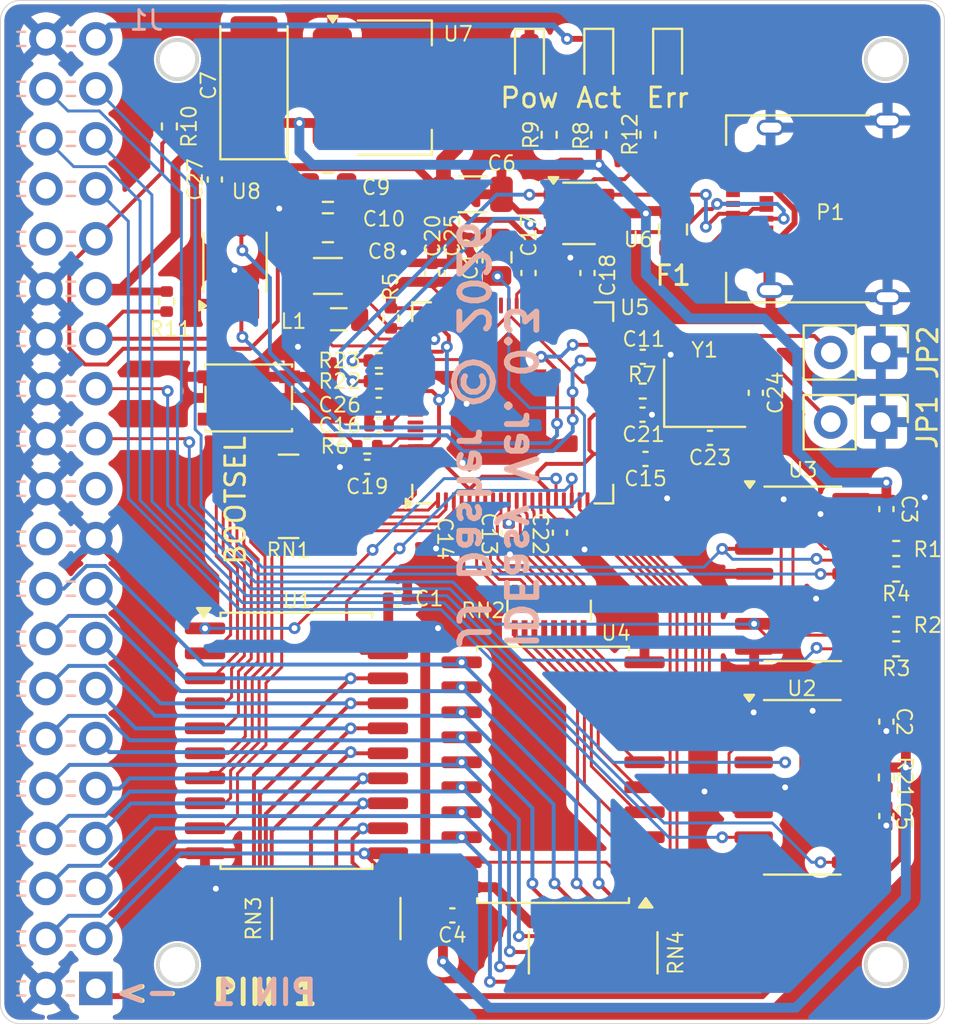
<source format=kicad_pcb>
(kicad_pcb (version 20241229) (generator "pcbnew") (generator_version "9.0")
  (title_block (title "IDE Thingy") (date "2025-12-28") (rev ".2") (company "JJ Dasher"))
  (layers (0 "F.Cu" signal) (2 "B.Cu" signal) (13 "F.Paste" user) (15 "B.Paste" user) (5 "F.SilkS" user "F.Silkscreen") (7 "B.SilkS" user "B.Silkscreen") (1 "F.Mask" user) (3 "B.Mask" user) (25 "Edge.Cuts" user))
  (net 0 "")
  (net 2 "+3.3V")
  (net 3 "+1V1")
  (net 5 "Net-(U5-USB_DP)")
  (net 6 "GND")
  (net 7 "Net-(U5-USB_DM)")
  (net 8 "Net-(RN1-R2.2)")
  (net 9 "Net-(RN1-R7.2)")
  (net 10 "Net-(RN1-R6.2)")
  (net 11 "Net-(RN1-R5.2)")
  (net 12 "Net-(RN1-R4.2)")
  (net 13 "Net-(RN1-R3.2)")
  (net 14 "Net-(RN1-R8.2)")
  (net 15 "Net-(RN1-R1.2)")
  (net 16 "Net-(RN2-R7.2)")
  (net 17 "Net-(RN2-R6.2)")
  (net 18 "Net-(RN2-R4.2)")
  (net 19 "Net-(RN2-R1.2)")
  (net 20 "Net-(RN2-R3.2)")
  (net 21 "Net-(RN2-R8.2)")
  (net 22 "Net-(RN2-R5.2)")
  (net 23 "+5V")
  (net 24 "/DD8")
  (net 25 "Net-(F1-Pad2)")
  (net 26 "/DD1")
  (net 27 "/DA2")
  (net 29 "/{slash}ACTIVE")
  (net 30 "/DD7")
  (net 31 "/DMARQ")
  (net 32 "/{slash}DIOR")
  (net 33 "/DD11")
  (net 34 "/{slash}RESET")
  (net 35 "/DD15")
  (net 36 "/DD13")
  (net 37 "/{slash}IDE_CS0")
  (net 38 "/DD14")
  (net 39 "/{slash}IDE_CS1")
  (net 40 "/DD2")
  (net 41 "/DD6")
  (net 42 "/INTRQ")
  (net 43 "/DA0")
  (net 44 "/{slash}DIOW")
  (net 45 "/DA1")
  (net 46 "/DD4")
  (net 47 "/DD5")
  (net 48 "/PDIAG")
  (net 49 "/DD0")
  (net 50 "/IORDY")
  (net 51 "/{slash}IOCS16")
  (net 52 "/DD12")
  (net 53 "/DD10")
  (net 54 "/DD3")
  (net 55 "/DD9")
  (net 56 "Net-(RN2-R2.2)")
  (net 61 "Net-(U5-VREG_AVDD)")
  (net 64 "/D8")
  (net 65 "/D2")
  (net 66 "/D9")
  (net 67 "/D12")
  (net 68 "/D13")
  (net 69 "/D0")
  (net 72 "/D10")
  (net 74 "Net-(U5-XIN)")
  (net 76 "/D4")
  (net 77 "/D7")
  (net 81 "Net-(C24-Pad1)")
  (net 82 "Net-(U5-VREG_LX)")
  (net 83 "/D3")
  (net 85 "/D14")
  (net 86 "/USB_NEG")
  (net 87 "Net-(LED3-A)")
  (net 89 "/USB_POS")
  (net 91 "/D11")
  (net 93 "/D5")
  (net 95 "/D15")
  (net 96 "/D6")
  (net 99 "Net-(R6-Pad1)")
  (net 101 "/D1")
  (net 102 "/A0")
  (net 103 "/A1")
  (net 104 "/A2")
  (net 105 "/D_DIR0")
  (net 106 "/D_OE0")
  (net 107 "/M_RESET")
  (net 108 "/M_DIOR")
  (net 109 "/M_CS1")
  (net 110 "/M_CS0")
  (net 111 "/M_DIOW")
  (net 112 "/D_OE1")
  (net 113 "/D_DIR1")
  (net 114 "Net-(U5-QSPI_SS)")
  (net 115 "Net-(U5-XOUT)")
  (net 116 "Net-(P1-D+-PadA6)")
  (net 117 "Net-(P1-D--PadA7)")
  (net 118 "/M_INTRQ")
  (net 119 "/M_IORDY")
  (net 122 "Net-(LED1-A)")
  (net 123 "Net-(LED2-A)")
  (net 124 "/OPT1_JMPR")
  (net 125 "/ERR_LED")
  (net 127 "/OPT2_JMPR")
  (footprint "Capacitor_SMD:C_0402_1005Metric" (layer "F.Cu") (at 154.58 97.73)
    (property "Reference" "C23")
    (property "Value" "15p")
  )
  (footprint "Capacitor_SMD:C_0402_1005Metric" (layer "F.Cu") (at 144.35 102.55 -90)
    (property "Reference" "C13")
    (property "Value" "100nf")
  )
  (footprint "Package_SO:SOIC-20W_7.5x12.8mm_P1.27mm" (layer "F.Cu") (at 133.55 113.125)
    (property "Reference" "U1")
    (property "Value" "74HCT245")
  )
  (footprint "Capacitor_SMD:C_0402_1005Metric" (layer "F.Cu") (at 148.35 89.35 90)
    (property "Reference" "C18")
    (property "Value" "100nf")
  )
  (footprint "Package_TO_SOT_SMD:SOT-23-6" (layer "F.Cu") (at 147.9175 86.32)
    (property "Reference" "U6")
    (property "Value" "USBLC6-2SC6")
  )
  (footprint "Capacitor_SMD:C_0402_1005Metric" (layer "F.Cu") (at 137.15 99.2 180)
    (property "Reference" "C19")
    (property "Value" "100nf")
  )
  (footprint "Capacitor_SMD:C_0402_1005Metric" (layer "F.Cu") (at 163.55 101.35 -90)
    (property "Reference" "C3")
    (property "Value" "100nf")
  )
  (footprint "Capacitor_SMD:C_0402_1005Metric" (layer "F.Cu") (at 163.55 116.95 -90)
    (property "Reference" "C5")
    (property "Value" "100nf")
  )
  (footprint "Resistor_SMD:R_0402_1005Metric" (layer "F.Cu") (at 151.16 95.35)
    (property "Reference" "R7")
    (property "Value" "1k")
  )
  (footprint "Resistor_SMD:R_Array_Convex_5x1206" (layer "F.Cu") (at 148.64 123.9 -90)
    (property "Reference" "RN4")
    (property "Value" "10k Ohm")
  )
  (footprint "Resistor_SMD:R_0402_1005Metric" (layer "F.Cu") (at 148.925 82.325 90)
    (property "Reference" "R8")
    (property "Value" "330")
  )
  (footprint "Crystal:Crystal_SMD_3225-4Pin_3.2x2.5mm" (layer "F.Cu") (at 154.31 95.46)
    (property "Reference" "Y1")
    (property "Value" "12Mhz")
  )
  (footprint "Capacitor_SMD:C_0805_2012Metric" (layer "F.Cu") (at 135.15 87.05 180)
    (property "Reference" "C10")
    (property "Value" "4.7uf")
  )
  (footprint "Button_Switch_SMD:SW_SPST_PTS810" (layer "F.Cu") (at 131.125 95.7 180)
    (property "Reference" "SW1")
    (property "Value" "BOOTSEL")
  )
  (footprint "Capacitor_SMD:C_0402_1005Metric" (layer "F.Cu") (at 141.45 89.35 90)
    (property "Reference" "C25")
    (property "Value" "100nf")
  )
  (footprint "Resistor_SMD:R_Array_Convex_8x0602" (layer "F.Cu") (at 133.15 100.7 180)
    (property "Reference" "RN1")
    (property "Value" "47 Ohm")
  )
  (footprint "Resistor_SMD:R_0402_1005Metric" (layer "F.Cu") (at 151.425 82.325 90)
    (property "Reference" "R12")
    (property "Value" "330")
  )
  (footprint "Capacitor_SMD:C_0402_1005Metric" (layer "F.Cu") (at 163.55 112.15 -90)
    (property "Reference" "C2")
    (property "Value" "100nf")
  )
  (footprint "Capacitor_SMD:C_0402_1005Metric" (layer "F.Cu") (at 151.16 93.61)
    (property "Reference" "C11")
    (property "Value" "100nf")
  )
  (footprint "Package_TO_SOT_SMD:SOT-223-3_TabPin2" (layer "F.Cu") (at 138.525 79.925)
    (property "Reference" "U7")
    (property "Value" "NCP1117-3.3")
  )
  (footprint "Capacitor_SMD:C_0402_1005Metric" (layer "F.Cu") (at 151.3 98.8)
    (property "Reference" "C15")
    (property "Value" "100nf")
  )
  (footprint "Capacitor_SMD:C_1206_3216Metric" (layer "F.Cu") (at 135.15 89.5 180)
    (property "Reference" "C8")
    (property "Value" "10uf X7R")
  )
  (footprint "Connector_USB:USB_C_Receptacle_Amphenol_12401610E4-2A" (layer "F.Cu") (at 160.77 86.09 90)
    (property "Reference" "P1")
    (property "Value" "USB_C_Plug_USB2.0")
  )
  (footprint "Capacitor_SMD:C_0402_1005Metric" (layer "F.Cu") (at 138.7 105.9)
    (property "Reference" "C1")
    (property "Value" "100nf")
  )
  (footprint "LED_SMD:LED_0603_1608Metric" (layer "F.Cu") (at 145.4 78.425 -90)
    (property "Reference" "LED2")
    (property "Value" "Pow")
  )
  (footprint "Resistor_SMD:R_0402_1005Metric" (layer "F.Cu") (at 146.4 82.325 90)
    (property "Reference" "R9")
    (property "Value" "330")
  )
  (footprint "Fuse:Fuse_0805_2012Metric" (layer "F.Cu") (at 152.7 87.1375 -90)
    (property "Reference" "F1")
    (property "Value" "500ma")
  )
  (footprint "Resistor_SMD:R_0402_1005Metric" (layer "F.Cu") (at 164.05 104.65 180)
    (property "Reference" "R4")
    (property "Value" "10k")
  )
  (footprint "LED_SMD:LED_0603_1608Metric" (layer "F.Cu") (at 148.925 78.425 -90)
    (property "Reference" "LED1")
    (property "Value" "Act")
  )
  (footprint "LED_SMD:LED_0603_1608Metric" (layer "F.Cu") (at 152.425 78.425 -90)
    (property "Reference" "LED3")
    (property "Value" "Err")
  )
  (footprint "Resistor_SMD:R_0402_1005Metric" (layer "F.Cu") (at 137.15 98.15)
    (property "Reference" "R6")
    (property "Value" "1k")
  )
  (footprint "Package_SO:VSSOP-8_3x3mm_P0.65mm" (layer "F.Cu") (at 130.425 88.8 90)
    (property "Reference" "U8")
    (property "Value" "74LVC2G125")
  )
  (footprint "Capacitor_SMD:C_0402_1005Metric" (layer "F.Cu") (at 156.91 95.44 -90)
    (property "Reference" "C24")
    (property "Value" "15p")
  )
  (footprint "Capacitor_SMD:C_0402_1005Metric" (layer "F.Cu") (at 151.15 96.55)
    (property "Reference" "C21")
    (property "Value" "100nf")
  )
  (footprint "Capacitor_SMD:C_0402_1005Metric" (layer "F.Cu") (at 137.75 97.1 180)
    (property "Reference" "C16")
    (property "Value" "100nf")
  )
  (footprint "Resistor_SMD:R_Array_Convex_8x0602" (layer "F.Cu") (at 146.4 106.5 -90)
    (property "Reference" "RN2")
    (property "Value" "47 Ohm")
  )
  (footprint "Capacitor_SMD:C_0402_1005Metric" (layer "F.Cu") (at 142.1 102.8 -90)
    (property "Reference" "C14")
    (property "Value" "100nf")
  )
  (footprint "Capacitor_SMD:C_0402_1005Metric" (layer "F.Cu") (at 129.4 84.6 90)
    (property "Reference" "C27")
    (property "Value" "100nf")
  )
  (footprint "Resistor_SMD:R_0402_1005Metric" (layer "F.Cu") (at 126.95 90.8 -90)
    (property "Reference" "R11")
    (property "Value" "4.7k")
  )
  (footprint "Capacitor_Tantalum_SMD:CP_EIA-6032-15_Kemet-U" (layer "F.Cu") (at 131.39 79.805 90)
    (property "Reference" "C7")
    (property "Value" "47uf Tant")
  )
  (footprint "Capacitor_SMD:C_0402_1005Metric" (layer "F.Cu") (at 141.48 122)
    (property "Reference" "C4")
    (property "Value" "100nf")
  )
  (footprint "Library:RP2350B" (layer "F.Cu") (at 144.55 95.95 90)
    (property "Reference" "U5")
    (property "Value" "RP2354B-QFN80")
  )
  (footprint "Resistor_SMD:R_Array_Convex_5x1206" (layer "F.Cu") (at 135.57 122.16 -90)
    (property "Reference" "RN3")
    (property "Value" "10k Ohm")
  )
  (footprint "Package_SO:SOIC-20W_7.5x12.8mm_P1.27mm" (layer "F.Cu") (at 146.6 114.85 180)
    (property "Reference" "U4")
    (property "Value" "74HCT245")
  )
  (footprint "Resistor_SMD:R_0402_1005Metric" (layer "F.Cu") (at 164.05 107.2 180)
    (property "Reference" "R2")
    (property "Value" "10k")
  )
  (footprint "Capacitor_SMD:C_0805_2012Metric" (layer "F.Cu") (at 135.15 85 180)
    (property "Reference" "C9")
    (property "Value" "4.7uf")
  )
  (footprint "Capacitor_SMD:C_0402_1005Metric" (layer "F.Cu") (at 145.35 89.35 90)
    (property "Reference" "C17")
    (property "Value" "100nf")
  )
  (footprint "Capacitor_SMD:C_0402_1005Metric" (layer "F.Cu") (at 140.45 89.35 90)
    (property "Reference" "C20")
    (property "Value" "100nf")
  )
  (footprint "Capacitor_SMD:C_0402_1005Metric" (layer "F.Cu") (at 146.95 102.55 -90)
    (property "Reference" "C22")
    (property "Value" "100nf")
  )
  (footprint "Package_SO:SOIC-14_3.9x8.7mm_P1.27mm" (layer "F.Cu") (at 159.275 115.49)
    (property "Reference" "U2")
    (property "Value" "74HCT125")
  )
  (footprint "Capacitor_SMD:C_0805_2012Metric" (layer "F.Cu") (at 143.75 88.55 90)
    (property "Reference" "C12")
    (property "Value" "4.7uf")
  )
  (footprint "Connector_PinHeader_2.54mm:PinHeader_1x02_P2.54mm_Vertical" (layer "F.Cu") (at 163.26 96.93 -90)
    (property "Reference" "JP1")
    (property "Value" "JP1")
  )
  (footprint "Capacitor_SMD:C_1206_3216Metric" (layer "F.Cu") (at 142.5 85.35)
    (property "Reference" "C6")
    (property "Value" "10uf")
  )
  (footprint "Resistor_SMD:R_0402_1005Metric" (layer "F.Cu") (at 164.05 103.35 180)
    (property "Reference" "R1")
    (property "Value" "10k")
  )
  (footprint "Resistor_SMD:R_0402_1005Metric" (layer "F.Cu") (at 127.09 81.9 90)
    (property "Reference" "R10")
    (property "Value" "10k")
  )
  (footprint "Connector_PinHeader_2.54mm:PinHeader_1x02_P2.54mm_Vertical" (layer "F.Cu") (at 163.265 93.39 -90)
    (property "Reference" "JP2")
    (property "Value" "JP2")
  )
  (footprint "Resistor_SMD:R_0402_1005Metric" (layer "F.Cu") (at 138.35 91.65 90)
    (property "Reference" "R5")
    (property "Value" "33")
  )
  (footprint "Resistor_SMD:R_0402_1005Metric" (layer "F.Cu") (at 137.75 94.85)
    (property "Reference" "R22")
    (property "Value" "27")
  )
  (footprint "Package_SO:SOIC-14_3.9x8.7mm_P1.27mm" (layer "F.Cu") (at 159.3 104.64)
    (property "Reference" "U3")
    (property "Value" "74HCT125")
  )
  (footprint "Resistor_SMD:R_0402_1005Metric" (layer "F.Cu") (at 137.74 93.8)
    (property "Reference" "R23")
    (property "Value" "27")
  )
  (footprint "Resistor_SMD:R_0402_1005Metric" (layer "F.Cu") (at 164.05 108.45 180)
    (property "Reference" "R3")
    (property "Value" "10k")
  )
  (footprint "Inductor_SMD:L_0805_2012Metric" (layer "F.Cu") (at 135.7 91.7)
    (property "Reference" "L1")
    (property "Value" "3.3uh")
  )
  (footprint "Resistor_SMD:R_0402_1005Metric" (layer "F.Cu") (at 163.55 114.99 -90)
    (property "Reference" "R21")
    (property "Value" "10k")
  )
  (footprint "Capacitor_SMD:C_0402_1005Metric" (layer "F.Cu") (at 137.73 96.05 180)
    (property "Reference" "C26")
    (property "Value" "100nf")
  )
  (footprint "Connector_PinSocket_2.54mm:PinSocket_2x20_P2.54mm_Horizontal" (layer "B.Cu") (at 123.35 125.71)
    (property "Reference" "J1")
    (property "Value" "IDE Connector" (hide yes))
  )
  (gr_line (start 165.5 75.5) (end 119.5 75.5) (stroke (width 0.05)) (layer "Edge.Cuts"))
  (gr_arc (start 165.5 75.5) (mid 166.207107 75.792893) (end 166.5 76.5) (stroke (width 0.05)) (layer "Edge.Cuts"))
  (gr_circle (center 163.5 78.5) (end 164.5 78.5) (stroke (width 0.2)) (fill no) (layer "Edge.Cuts"))
  (gr_line (start 118.5 126.5) (end 118.5 76.5) (stroke (width 0.05)) (layer "Edge.Cuts"))
  (gr_line (start 166.5 76.5) (end 166.5 126.5) (stroke (width 0.05)) (layer "Edge.Cuts"))
  (gr_arc (start 119.5 127.5) (mid 118.792893 127.207107) (end 118.5 126.5) (stroke (width 0.05)) (layer "Edge.Cuts"))
  (gr_arc (start 118.5 76.5) (mid 118.792893 75.792893) (end 119.5 75.5) (stroke (width 0.05)) (layer "Edge.Cuts"))
  (gr_line (start 165.5 127.5) (end 119.5 127.5) (stroke (width 0.05)) (layer "Edge.Cuts"))
  (gr_arc (start 166.5 126.5) (mid 166.207107 127.207107) (end 165.5 127.5) (stroke (width 0.05)) (layer "Edge.Cuts"))
  (gr_circle (center 163.5 124.5) (end 164.5 124.5) (stroke (width 0.2)) (fill no) (layer "Edge.Cuts"))
  (gr_circle (center 127.5 78.5) (end 128.5 78.5) (stroke (width 0.2)) (fill no) (layer "Edge.Cuts"))
  (gr_circle (center 127.5 124.5) (end 128.5 124.5) (stroke (width 0.2)) (fill no) (layer "Edge.Cuts"))
  (gr_text "PIN 1" (at 129.13 126.65 0) (layer "F.SilkS") (effects (font (size 1.25 1.25) (thickness 0.25) (bold yes)) (justify left bottom)))
  (gr_text "<-" (at 124.29 126.61 0) (layer "F.SilkS") (effects (font (size 1.25 1.25) (thickness 0.25) (bold yes)) (justify left bottom)))
  (gr_text "->" (at 127.63 126.61 0) (layer "B.SilkS") (effects (font (size 1.25 1.25) (thickness 0.25) (bold yes)) (justify left bottom mirror)))
  (gr_text "PIN 1" (at 134.71 126.65 0) (layer "B.SilkS") (effects (font (size 1.25 1.25) (thickness 0.25) (bold yes)) (justify left bottom mirror)))
  (gr_text "IDEasy Ver. 0.3\nJJ Dasher © 2026" (at 141.635 108.58 270) (layer "B.SilkS") (effects (font (size 1.5 1.5) (thickness 0.3) (bold yes)) (justify left bottom mirror)))
  (segment (start 144.75 90.43) (end 144.75 91) (width 0.15) (layer "F.Cu") (net 2))
  (segment (start 142.326002 86.651) (end 141.025 85.349998) (width 0.3) (layer "F.Cu") (net 2))
  (segment (start 138.21 95.94) (end 138.9 95.25) (width 0.15) (layer "F.Cu") (net 2))
  (segment (start 140.45 90.05) (end 140.45 89.83) (width 0.15) (layer "F.Cu") (net 2))
  (segment (start 139.6 95.35) (end 139.13758 95.35) (width 0.15) (layer "F.Cu") (net 2))
  (segment (start 142.35 100.9) (end 142.35 102.07) (width 0.15) (layer "F.Cu") (net 2))
  (segment (start 137.8 99.2) (end 138.85 98.15) (width 0.15) (layer "F.Cu") (net 2))
  (segment (start 138.9 95.1) (end 139.05 94.95) (width 0.15) (layer "F.Cu") (net 2))
  (segment (start 137.9 86.65) (end 137.9 88.25) (width 0.5) (layer "F.Cu") (net 2))
  (segment (start 138.9 96.43) (end 138.23 97.1) (width 0.15) (layer "F.Cu") (net 2))
  (segment (start 138.85 98.15) (end 139.6 98.15) (width 0.15) (layer "F.Cu") (net 2))
  (segment (start 140.4 98.4) (end 140.4 98.15) (width 0.2) (layer "F.Cu") (net 2))
  (segment (start 150.28 98.55) (end 149.5 98.55) (width 0.15) (layer "F.Cu") (net 2))
  (segment (start 129.4 85.08) (end 129.4 86.6375) (width 0.4) (layer "F.Cu") (net 2))
  (segment (start 139.89 91.14) (end 141.3 92.55) (width 0.2) (layer "F.Cu") (net 2))
  (segment (start 146.8 89.05) (end 144.401 86.651) (width 0.3) (layer "F.Cu") (net 2))
  (segment (start 141.2 93.1) (end 140.95 93.35) (width 0.2) (layer "F.Cu") (net 2))
  (segment (start 142.35 102.07) (end 142.1 102.32) (width 0.15) (layer "F.Cu") (net 2))
  (segment (start 150.82 98.8) (end 150.53 98.8) (width 0.15) (layer "F.Cu") (net 2))
  (segment (start 140.42 89.8) (end 139 89.8) (width 0.5) (layer "F.Cu") (net 2))
  (segment (start 138.9 95.25) (end 138.9 95.1) (width 0.15) (layer "F.Cu") (net 2))
  (segment (start 146.8 89.83) (end 148.35 89.83) (width 0.3) (layer "F.Cu") (net 2))
  (segment (start 138.35 91.14) (end 139.89 91.14) (width 0.2) (layer "F.Cu") (net 2))
  (segment (start 145.798887 99.851113) (end 145.798887 99.501113) (width 0.2) (layer "F.Cu") (net 2))
  (segment (start 141.3 93) (end 141.2 93.1) (width 0.2) (layer "F.Cu") (net 2))
  (segment (start 146.35 100.9) (end 146.35 100.402226) (width 0.2) (layer "F.Cu") (net 2))
  (segment (start 141.025 83.635) (end 141.025 85.349998) (width 0.75) (layer "F.Cu") (net 2))
  (segment (start 137.4 89.5) (end 138.35 90.45) (width 0.5) (layer "F.Cu") (net 2))
  (segment (start 140.75 91) (end 140.75 90.35) (width 0.15) (layer "F.Cu") (net 2))
  (segment (start 141.025 85.35) (end 139.2 85.35) (width 0.5) (layer "F.Cu") (net 2))
  (segment (start 145.748887 99.7) (end 145.798887 99.75) (width 0.2) (layer "F.Cu") (net 2))
  (segment (start 143 99.7) (end 145.748887 99.7) (width 0.2) (layer "F.Cu") (net 2))
  (segment (start 148.45 96.8) (end 148.45 98.34158) (width 0.2) (layer "F.Cu") (net 2))
  (segment (start 144.401 86.651) (end 142.326002 86.651) (width 0.3) (layer "F.Cu") (net 2))
  (segment (start 148.65842 98.55) (end 149.5 98.55) (width 0.2) (layer "F.Cu") (net 2))
  (segment (start 140.8 97.75) (end 140.4 98.15) (width 0.2) (layer "F.Cu") (net 2))
  (segment (start 139.2 85.35) (end 137.9 86.65) (width 0.5) (layer "F.Cu") (net 2))
  (segment (start 141.3 92.55) (end 141.3 93) (width 0.2) (layer "F.Cu") (net 2))
  (segment (start 141.675 82.985) (end 141.025 83.635) (width 0.75) (layer "F.Cu") (net 2))
  (segment (start 140.4 98.15) (end 139.6 98.15) (width 0.2) (layer "F.Cu") (net 2))
  (segment (start 138.35 90.45) (end 138.35 91.14) (width 0.5) (layer "F.Cu") (net 2))
  (segment (start 148.7 96.55) (end 148.45 96.8) (width 0.2) (layer "F.Cu") (net 2))
  (segment (start 141.15 90.4) (end 141.15 91) (width 0.15) (layer "F.Cu") (net 2))
  (segment (start 140.8 95.8) (end 140.8 97.75) (width 0.2) (layer "F.Cu") (net 2))
  (segment (start 150.53 98.8) (end 150.28 98.55) (width 0.15) (layer "F.Cu") (net 2))
  (segment (start 136.625 89.5) (end 137.4 89.5) (width 0.5) (layer "F.Cu") (net 2))
  (segment (start 139.645002 83.97) (end 141.025 85.349998) (width 0.4) (layer "F.Cu") (net 2))
  (segment (start 139 89.8) (end 138.35 90.45) (width 0.5) (layer "F.Cu") (net 2))
  (segment (start 141.42 89.8) (end 140.48 89.8) (width 0.5) (layer "F.Cu") (net 2))
  (segment (start 139.13758 95.35) (end 138.9 95.58758) (width 0.15) (layer "F.Cu") (net 2))
  (segment (start 142.35 100.35) (end 140.4 98.4) (width 0.2) (layer "F.Cu") (net 2))
  (segment (start 148.35 89.83) (end 148.35 91) (width 0.15) (layer "F.Cu") (net 2))
  (segment (start 141.45 89.83) (end 141.45 90.1) (width 0.15) (layer "F.Cu") (net 2))
  (segment (start 145.798887 99.501113) (end 146.25 99.05) (width 0.2) (layer "F.Cu") (net 2))
  (segment (start 146.35 100.9) (end 146.35 101.47) (width 0.15) (layer "F.Cu") (net 2))
  (segment (start 129.4 85.08) (end 130.51 83.97) (width 0.4) (layer "F.Cu") (net 2))
  (segment (start 139.6 95.35) (end 140.45 95.35) (width 0.2) (layer "F.Cu") (net 2))
  (segment (start 140.75 90.35) (end 140.45 90.05) (width 0.15) (layer "F.Cu") (net 2))
  (segment (start 141.675 79.925) (end 141.675 82.985) (width 0.75) (layer "F.Cu") (net 2))
  (segment (start 140.45 95.35) (end 140.8 95.7) (width 0.2) (layer "F.Cu") (net 2))
  (segment (start 142.35 100.35) (end 143 99.7) (width 0.2) (layer "F.Cu") (net 2))
  (segment (start 145.35 89.83) (end 144.75 90.43) (width 0.15) (layer "F.Cu") (net 2))
  (segment (start 150.67 96.55) (end 149.5 96.55) (width 0.15) (layer "F.Cu") (net 2))
  (segment (start 145.35 89.83) (end 146.8 89.83) (width 0.3) (layer "F.Cu") (net 2))
  (segment (start 146.8 89.83) (end 146.8 89.05) (width 0.3) (layer "F.Cu") (net 2))
  (segment (start 139.05 94.95) (end 139.6 94.95) (width 0.15) (layer "F.Cu") (net 2))
  (segment (start 138.21 96.05) (end 138.21 97.08) (width 0.2) (layer "F.Cu") (net 2))
  (segment (start 130.51 83.97) (end 139.645002 83.97) (width 0.4) (layer "F.Cu") (net 2))
  (segment (start 140.8 95.7) (end 140.8 95.8) (width 0.2) (layer "F.Cu") (net 2))
  (segment (start 148.15842 99.05) (end 148.65842 98.55) (width 0.2) (layer "F.Cu") (net 2))
  (segment (start 138.35 90.45) (end 138.65 90.15) (width 0.5) (layer "F.Cu") (net 2))
  (segment (start 138.9 95.58758) (end 138.9 96.43) (width 0.15) (layer "F.Cu") (net 2))
  (segment (start 137.9 88.25) (end 136.65 89.5) (width 0.5) (layer "F.Cu") (net 2))
  (segment (start 142.35 100.9) (end 142.35 100.35) (width 0.2) (layer "F.Cu") (net 2))
  (segment (start 146.35 101.47) (end 146.95 102.07) (width 0.15) (layer "F.Cu") (net 2))
  (segment (start 149.5 96.55) (end 148.7 96.55) (width 0.2) (layer "F.Cu") (net 2))
  (segment (start 146.35 100.402226) (end 145.798887 99.851113) (width 0.2) (layer "F.Cu") (net 2))
  (segment (start 141.45 90.1) (end 141.15 90.4) (width 0.15) (layer "F.Cu") (net 2))
  (segment (start 135.39 79.91) (end 141.66 79.91) (width 0.75) (layer "F.Cu") (net 2))
  (segment (start 148.45 98.34158) (end 148.65842 98.55) (width 0.2) (layer "F.Cu") (net 2))
  (segment (start 140.95 93.35) (end 139.6 93.35) (width 0.2) (layer "F.Cu") (net 2))
  (segment (start 146.25 99.05) (end 148.15842 99.05) (width 0.2) (layer "F.Cu") (net 2))
  (via (at 141.2 93.1) (size 0.6) (drill 0.3) (layers "F.Cu" "B.Cu") (net 2))
  (via (at 140.8 95.8) (size 0.6) (drill 0.3) (layers "F.Cu" "B.Cu") (net 2))
  (segment (start 141.2 95.4) (end 140.8 95.8) (width 0.2) (layer "B.Cu") (net 2))
  (segment (start 141.2 93.1) (end 141.2 95.4) (width 0.2) (layer "B.Cu") (net 2))
  (segment (start 139.6 93.75) (end 142.06242 93.75) (width 0.15) (layer "F.Cu") (net 3))
  (segment (start 139.11879 93.75) (end 139.6 93.75) (width 0.15) (layer "F.Cu") (net 3))
  (segment (start 144.35 100.9) (end 144.35 102.05) (width 0.15) (layer "F.Cu") (net 3))
  (segment (start 143.775 89.525) (end 144.35 90.1) (width 0.15) (layer "F.Cu") (net 3))
  (segment (start 150.68 93.61) (end 150.56 93.61) (width 0.15) (layer "F.Cu") (net 3))
  (segment (start 134.6375 90.9125) (end 134.6375 91.7) (width 0.2) (layer "F.Cu") (net 3))
  (segment (start 144.35 91.46242) (end 144.35 91) (width 0.15) (layer "F.Cu") (net 3))
  (segment (start 144.374 91.46242) (end 144.35 91.46242) (width 0.15) (layer "F.Cu") (net 3))
  (segment (start 136.1 85.125) (end 135.05 86.175) (width 0.2) (layer "F.Cu") (net 3))
  (segment (start 144.35 90.1) (end 144.35 91) (width 0.15) (layer "F.Cu") (net 3))
  (segment (start 145.48758 92.6) (end 144.374 91.48642) (width 0.15) (layer "F.Cu") (net 3))
  (segment (start 144.374 91.48642) (end 144.374 91.46242) (width 0.15) (layer "F.Cu") (net 3))
  (segment (start 148.55 94.9) (end 148.1 94.9) (width 0.15) (layer "F.Cu") (net 3))
  (segment (start 138.553487 93.056) (end 138.85 93.352513) (width 0.15) (layer "F.Cu") (net 3))
  (segment (start 135.393501 93.056) (end 138.553487 93.056) (width 0.15) (layer "F.Cu") (net 3))
  (segment (start 134.6375 91.7) (end 134.6375 92.299999) (width 0.15) (layer "F.Cu") (net 3))
  (segment (start 142.06242 93.75) (end 144.35 91.46242) (width 0.15) (layer "F.Cu") (net 3))
  (segment (start 149.5 95.35) (end 149 95.35) (width 0.15) (layer "F.Cu") (net 3))
  (segment (start 135.05 86.175) (end 135.05 90.5) (width 0.2) (layer "F.Cu") (net 3))
  (segment (start 138.85 93.48121) (end 139.11879 93.75) (width 0.15) (layer "F.Cu") (net 3))
  (segment (start 150.16 94.01) (end 150.16 95.19) (width 0.15) (layer "F.Cu") (net 3))
  (segment (start 145.8 92.6) (end 145.48758 92.6) (width 0.15) (layer "F.Cu") (net 3))
  (segment (start 150.56 93.61) (end 150.16 94.01) (width 0.15) (layer "F.Cu") (net 3))
  (segment (start 135.05 90.5) (end 134.6375 90.9125) (width 0.2) (layer "F.Cu") (net 3))
  (segment (start 150.16 95.19) (end 150 95.35) (width 0.15) (layer "F.Cu") (net 3))
  (segment (start 134.6375 92.299999) (end 135.393501 93.056) (width 0.15) (layer "F.Cu") (net 3))
  (segment (start 148.1 94.9) (end 145.8 92.6) (width 0.15) (layer "F.Cu") (net 3))
  (segment (start 149 95.35) (end 148.55 94.9) (width 0.15) (layer "F.Cu") (net 3))
  (segment (start 150 95.35) (end 149.5 95.35) (width 0.15) (layer "F.Cu") (net 3))
  (segment (start 138.85 93.352513) (end 138.85 93.48121) (width 0.15) (layer "F.Cu") (net 3))
  (via (at 144.35 102.05) (size 0.6) (drill 0.3) (layers "F.Cu" "B.Cu") (net 3))
  (via (at 143.775 89.525) (size 0.6) (drill 0.3) (layers "F.Cu" "B.Cu") (net 3))
  (segment (start 143.8 89.55) (end 144.35 90.1) (width 0.15) (layer "B.Cu") (net 3))
  (segment (start 145.15 101.25) (end 144.35 102.05) (width 0.15) (layer "B.Cu") (net 3))
  (segment (start 144.35 90.1) (end 144.35 95.15) (width 0.15) (layer "B.Cu") (net 3))
  (segment (start 148.176 96.561412) (end 148.176 96.576) (width 0.15) (layer "B.Cu") (net 3))
  (segment (start 144.35 95.15) (end 145.4 96.2) (width 0.15) (layer "B.Cu") (net 3))
  (segment (start 147.824 96.224) (end 147.838588 96.224) (width 0.15) (layer "B.Cu") (net 3))
  (segment (start 147.8 96.2) (end 147.824 96.224) (width 0.15) (layer "B.Cu") (net 3))
  (segment (start 147.838588 96.224) (end 148.176 96.561412) (width 0.15) (layer "B.Cu") (net 3))
  (segment (start 148.176 96.576) (end 148.2 96.6) (width 0.15) (layer "B.Cu") (net 3))
  (segment (start 145.4 96.2) (end 147.8 96.2) (width 0.15) (layer "B.Cu") (net 3))
  (segment (start 148.2 100.5) (end 147.45 101.25) (width 0.15) (layer "B.Cu") (net 3))
  (segment (start 147.45 101.25) (end 145.15 101.25) (width 0.15) (layer "B.Cu") (net 3))
  (segment (start 148.2 96.6) (end 148.2 100.5) (width 0.15) (layer "B.Cu") (net 3))
  (segment (start 138.8 94.7) (end 138.95 94.55) (width 0.15) (layer "F.Cu") (net 5))
  (segment (start 138.26 94.7) (end 138.8 94.7) (width 0.15) (layer "F.Cu") (net 5))
  (segment (start 138.95 94.55) (end 139.6 94.55) (width 0.15) (layer "F.Cu") (net 5))
  (segment (start 130.1 86.6875) (end 130.1 85.875001) (width 0.2) (layer "F.Cu") (net 6))
  (segment (start 155.75 83.34) (end 155.776 83.366) (width 0.3) (layer "F.Cu") (net 6))
  (segment (start 156.836719 89.09) (end 157.45 89.09) (width 0.3) (layer "F.Cu") (net 6))
  (segment (start 144.845 86.22) (end 146.68 86.22) (width 0.3) (layer "F.Cu") (net 6))
  (segment (start 157.66 81.96) (end 157.66 83.38) (width 0.3) (layer "F.Cu") (net 6))
  (segment (start 139.6 92.55) (end 140.4 92.55) (width 0.15) (layer "F.Cu") (net 6))
  (segment (start 151.9 93.5) (end 152.58 93.5) (width 0.2) (layer "F.Cu") (net 6))
  (segment (start 156.586719 88.84) (end 156.836719 89.09) (width 0.3) (layer "F.Cu") (net 6))
  (segment (start 162.37 101.83) (end 163.55 101.83) (width 0.15) (layer "F.Cu") (net 6))
  (segment (start 152.4 100.8) (end 151.78 100.18) (width 0.2) (layer "F.Cu") (net 6))
  (segment (start 160.2 101.6) (end 160.7 102.1) (width 0.2) (layer "F.Cu") (net 6))
  (segment (start 144.35 103.591399) (end 144.407602 103.649001) (width 0.2) (layer "F.Cu") (net 6))
  (segment (start 130.1 85.875001) (end 130.525001 85.45) (width 0.2) (layer "F.Cu") (net 6))
  (segment (start 131.4 89.8) (end 130.8 89.2) (width 0.2) (layer "F.Cu") (net 6))
  (segment (start 156.91 95.92) (end 155.8 95.92) (width 0.15) (layer "F.Cu") (net 6))
  (segment (start 160.7 102.1) (end 161.775 102.1) (width 0.2) (layer "F.Cu") (net 6))
  (segment (start 130.4 89.2) (end 130 89.2) (width 0.2) (layer "F.Cu") (net 6))
  (segment (start 155.75 88.84) (end 156.586719 88.84) (width 0.3) (layer "F.Cu") (net 6))
  (segment (start 157.45 89.09) (end 157.45 90.01) (width 0.3) (layer "F.Cu") (net 6))
  (segment (start 155.06 96.66) (end 155.41 96.31) (width 0.15) (layer "F.Cu") (net 6))
  (segment (start 129.45 89.75) (end 129.45 90.9125) (width 0.2) (layer "F.Cu") (net 6))
  (segment (start 155.8 95.92) (end 155.41 96.31) (width 0.15) (layer "F.Cu") (net 6))
  (segment (start 143.975 85.35) (end 144.845 86.22) (width 0.3) (layer "F.Cu") (net 6))
  (segment (start 130 89.2) (end 129.45 89.75) (width 0.2) (layer "F.Cu") (net 6))
  (segment (start 151.63 93.77) (end 151.9 93.5) (width 0.2) (layer "F.Cu") (net 6))
  (segment (start 130.8 89.2) (end 130.4 89.2) (width 0.2) (layer "F.Cu") (net 6))
  (segment (start 140.4 92.55) (end 140.561948 92.711948) (width 0.15) (layer "F.Cu") (net 6))
  (segment (start 147.78 88.87) (end 147.48 88.57) (width 0.3) (layer "F.Cu") (net 6))
  (segment (start 157.226 83.366) (end 157.45 83.59) (width 0.3) (layer "F.Cu") (net 6))
  (segment (start 151.78 100.18) (end 151.78 98.8) (width 0.2) (layer "F.Cu") (net 6))
  (segment (start 135.761168 99.216054) (end 135.777222 99.2) (width 0.2) (layer "F.Cu") (net 6))
  (segment (start 155.776 83.366) (end 157.226 83.366) (width 0.3) (layer "F.Cu") (net 6))
  (segment (start 135.777222 99.2) (end 136.67 99.2) (width 0.2) (layer "F.Cu") (net 6))
  (segment (start 162.88 116.76) (end 163.55 117.43) (width 0.15) (layer "F.Cu") (net 6))
  (segment (start 130.525001 85.45) (end 132.05 85.45) (width 0.2) (layer "F.Cu") (net 6))
  (segment (start 144.35 103.03) (end 144.35 103.591399) (width 0.2) (layer "F.Cu") (net 6))
  (segment (start 156.8 115.49) (end 158.4 115.490001) (width 0.15) (layer "F.Cu") (net 6))
  (segment (start 144.08 87.6) (end 145.35 88.87) (width 0.5) (layer "F.Cu") (net 6))
  (segment (start 155.06 97.73) (end 155.06 96.66) (width 0.15) (layer "F.Cu") (net 6))
  (segment (start 143.75 87.6) (end 144.08 87.6) (width 0.5) (layer "F.Cu") (net 6))
  (segment (start 146.68 86.22) (end 146.78 86.32) (width 0.3) (layer "F.Cu") (net 6))
  (segment (start 132.05 85.45) (end 132.675 86.075) (width 0.2) (layer "F.Cu") (net 6))
  (segment (start 157.45 90.01) (end 157.66 90.22) (width 0.3) (layer "F.Cu") (net 6))
  (segment (start 157.66 83.38) (end 157.45 83.59) (width 0.3) (layer "F.Cu") (net 6))
  (segment (start 158.325 100.85) (end 156.845 100.85) (width 0.2) (layer "F.Cu") (net 6))
  (segment (start 152.58 93.5) (end 152.58 93.98) (width 0.15) (layer "F.Cu") (net 6))
  (segment (start 131.4 90.9125) (end 131.4 89.8) (width 0.2) (layer "F.Cu") (net 6))
  (segment (start 148.35 88.87) (end 147.78 88.87) (width 0.3) (layer "F.Cu") (net 6))
  (segment (start 162.1 102.1) (end 162.37 101.83) (width 0.15) (layer "F.Cu") (net 6))
  (segment (start 161.75 116.76) (end 162.88 116.76) (width 0.15) (layer "F.Cu") (net 6))
  (segment (start 152.58 93.98) (end 153.21 94.61) (width 0.15) (layer "F.Cu") (net 6))
  (via (at 160.2 101.6) (size 0.6) (drill 0.3) (layers "F.Cu" "B.Cu") (net 6))
  (via (at 140.65 103.35) (size 0.6) (drill 0.3) (layers "F.Cu" "B.Cu") (net 6))
  (via (at 129.45 120.64) (size 0.6) (drill 0.3) (layers "F.Cu" "B.Cu") (net 6))
  (via (at 163.55 117.43) (size 0.6) (drill 0.3) (layers "F.Cu" "B.Cu") (net 6))
  (via (at 147.48 88.57) (size 0.6) (drill 0.3) (layers "F.Cu" "B.Cu") (net 6))
  (via (at 159.8 111.6) (size 0.6) (drill 0.3) (layers "F.Cu" "B.Cu") (net 6))
  (via (at 148.2 103.4) (size 0.6) (drill 0.3) (layers "F.Cu" "B.Cu") (net 6))
  (via (at 142.2 96) (size 0.6) (drill 0.3) (layers "F.Cu" "B.Cu") (net 6))
  (via (at 152.58 93.5) (size 0.6) (drill 0.3) (layers "F.Cu" "B.Cu") (net 6))
  (via (at 154.3 115.7) (size 0.6) (drill 0.3) (layers "F.Cu" "B.Cu") (net 6))
  (via (at 159.975 105.9) (size 0.6) (drill 0.3) (layers "F.Cu" "B.Cu") (net 6))
  (via (at 133.625 93.1) (size 0.6) (drill 0.3) (layers "F.Cu" "B.Cu") (net 6))
  (via (at 132.675 86.075) (size 0.6) (drill 0.3) (layers "F.Cu" "B.Cu") (net 6))
  (via (at 140.561948 92.711948) (size 0.6) (drill 0.3) (layers "F.Cu" "B.Cu") (net 6))
  (via (at 135.761168 99.216054) (size 0.6) (drill 0.3) (layers "F.Cu" "B.Cu") (net 6))
  (via (at 156.8 111.68) (size 0.6) (drill 0.3) (layers "F.Cu" "B.Cu") (net 6))
  (via (at 165.5 100.75) (size 0.6) (drill 0.3) (layers "F.Cu" "B.Cu") (net 6))
  (via (at 140.75 107.4) (size 0.6) (drill 0.3) (layers "F.Cu" "B.Cu") (net 6))
  (via (at 130.4 89.2) (size 0.6) (drill 0.3) (layers "F.Cu" "B.Cu") (net 6))
  (via (at 152.4 100.8) (size 0.6) (drill 0.3) (layers "F.Cu" "B.Cu") (net 6))
  (via (at 139 88.3) (size 0.6) (drill 0.3) (layers "F.Cu" "B.Cu") (net 6))
  (via (at 151.63 96.55) (size 0.6) (drill 0.3) (layers "F.Cu" "B.Cu") (net 6))
  (via (at 144.407602 103.649001) (size 0.6) (drill 0.3) (layers "F.Cu" "B.Cu") (net 6))
  (via (at 158.325 100.85) (size 0.6) (drill 0.3) (layers "F.Cu" "B.Cu") (net 6))
  (via (at 158.4 115.490001) (size 0.6) (drill 0.3) (layers "F.Cu" "B.Cu") (net 6))
  (via (at 163.55 112.63) (size 0.6) (drill 0.3) (layers "F.Cu" "B.Cu") (net 6))
  (via (at 142 99) (size 0.6) (drill 0.3) (layers "F.Cu" "B.Cu") (net 6))
  (segment (start 139 94.15) (end 139.6 94.15) (width 0.15) (layer "F.Cu") (net 7))
  (segment (start 138.25 93.8) (end 138.65 93.8) (width 0.15) (layer "F.Cu") (net 7))
  (segment (start 138.65 93.8) (end 139 94.15) (width 0.15) (layer "F.Cu") (net 7))
  (segment (start 132.25 101.95) (end 131.649413 101.95) (width 0.15) (layer "F.Cu") (net 8))
  (segment (start 130.201 114.639728) (end 130.201 116.023999) (width 0.15) (layer "F.Cu") (net 8))
  (segment (start 129.924999 116.3) (end 128.9 116.3) (width 0.15) (layer "F.Cu") (net 8))
  (segment (start 131.575 102.875585) (end 132.302002 103.602589) (width 0.15) (layer "F.Cu") (net 8))
  (segment (start 130.201 116.023999) (end 129.924999 116.3) (width 0.15) (layer "F.Cu") (net 8))
  (segment (start 132.302001 109.384484) (end 131.651 110.035485) (width 0.15) (layer "F.Cu") (net 8))
  (segment (start 131.649413 101.95) (end 131.575 102.024413) (width 0.15) (layer "F.Cu") (net 8))
  (segment (start 132.302002 103.602589) (end 132.302001 109.384484) (width 0.15) (layer "F.Cu") (net 8))
  (segment (start 131.575 102.024413) (end 131.575 102.875585) (width 0.15) (layer "F.Cu") (net 8))
  (segment (start 131.651 113.189728) (end 130.201 114.639728) (width 0.15) (layer "F.Cu") (net 8))
  (segment (start 131.651 110.035485) (end 131.651 113.189728) (width 0.15) (layer "F.Cu") (net 8))
  (segment (start 130.551 108.659198) (end 130.551 104.327874) (width 0.15) (layer "F.Cu") (net 9))
  (segment (start 129.260198 109.95) (end 130.551 108.659198) (width 0.15) (layer "F.Cu") (net 9))
  (segment (start 131.642974 99.45) (end 132.25 99.45) (width 0.15) (layer "F.Cu") (net 9))
  (segment (start 130.551 104.327874) (end 129.823999 103.600873) (width 0.15) (layer "F.Cu") (net 9))
  (segment (start 129.823999 101.268975) (end 131.642974 99.45) (width 0.15) (layer "F.Cu") (net 9))
  (segment (start 129.823999 103.600873) (end 129.823999 101.268975) (width 0.15) (layer "F.Cu") (net 9))
  (segment (start 130.25 109.455174) (end 130.901 108.804173) (width 0.15) (layer "F.Cu") (net 10))
  (segment (start 128.9 111.22) (end 129.924999 111.22) (width 0.15) (layer "F.Cu") (net 10))
  (segment (start 130.901 104.1829) (end 130.173999 103.455898) (width 0.15) (layer "F.Cu") (net 10))
  (segment (start 130.901 108.804173) (end 130.901 104.1829) (width 0.15) (layer "F.Cu") (net 10))
  (segment (start 129.924999 111.22) (end 130.25 110.894999) (width 0.15) (layer "F.Cu") (net 10))
  (segment (start 130.173999 103.455898) (end 130.174 101.444101) (width 0.15) (layer "F.Cu") (net 10))
  (segment (start 130.174 101.444101) (end 131.668101 99.95) (width 0.15) (layer "F.Cu") (net 10))
  (segment (start 131.668101 99.95) (end 132.25 99.95) (width 0.15) (layer "F.Cu") (net 10))
  (segment (start 130.25 110.894999) (end 130.25 109.455174) (width 0.15) (layer "F.Cu") (net 10))
  (segment (start 131.663076 100.45) (end 132.25 100.45) (width 0.15) (layer "F.Cu") (net 11))
  (segment (start 130.6 111.814999) (end 130.6 109.600148) (width 0.15) (layer "F.Cu") (net 11))
  (segment (start 128.9 112.49) (end 129.924999 112.49) (width 0.15) (layer "F.Cu") (net 11))
  (segment (start 130.524 101.589076) (end 131.663076 100.45) (width 0.15) (layer "F.Cu") (net 11))
  (segment (start 130.523999 103.310923) (end 130.524 101.589076) (width 0.15) (layer "F.Cu") (net 11))
  (segment (start 131.251 108.949148) (end 131.251001 104.037926) (width 0.15) (layer "F.Cu") (net 11))
  (segment (start 129.924999 112.49) (end 130.6 111.814999) (width 0.15) (layer "F.Cu") (net 11))
  (segment (start 131.251001 104.037926) (end 130.523999 103.310923) (width 0.15) (layer "F.Cu") (net 11))
  (segment (start 130.6 109.600148) (end 131.251 108.949148) (width 0.15) (layer "F.Cu") (net 11))
  (segment (start 131.601002 103.892952) (end 131.601001 109.094122) (width 0.15) (layer "F.Cu") (net 12))
  (segment (start 130.874 103.165949) (end 131.601002 103.892952) (width 0.15) (layer "F.Cu") (net 12))
  (segment (start 131.601001 109.094122) (end 130.95 109.745123) (width 0.15) (layer "F.Cu") (net 12))
  (segment (start 130.95 112.9) (end 130.09 113.76) (width 0.15) (layer "F.Cu") (net 12))
  (segment (start 130.09 113.76) (end 128.9 113.76) (width 0.15) (layer "F.Cu") (net 12))
  (segment (start 131.658051 100.95) (end 130.874 101.734051) (width 0.15) (layer "F.Cu") (net 12))
  (segment (start 130.874 101.734051) (end 130.874 103.165949) (width 0.15) (layer "F.Cu") (net 12))
  (segment (start 132.25 100.95) (end 131.658051 100.95) (width 0.15) (layer "F.Cu") (net 12))
  (segment (start 130.95 109.745123) (end 130.95 112.9) (width 0.15) (layer "F.Cu") (net 12))
  (segment (start 129.615754 114.73) (end 129.2 114.73) (width 0.15) (layer "F.Cu") (net 13))
  (segment (start 131.653025 101.45) (end 131.224 101.879025) (width 0.15) (layer "F.Cu") (net 13))
  (segment (start 132.25 101.45) (end 131.653025 101.45) (width 0.15) (layer "F.Cu") (net 13))
  (segment (start 131.224 103.020975) (end 131.951002 103.747977) (width 0.15) (layer "F.Cu") (net 13))
  (segment (start 131.951002 103.747977) (end 131.951001 109.239096) (width 0.15) (layer "F.Cu") (net 13))
  (segment (start 131.3 109.890098) (end 131.3 113.045754) (width 0.15) (layer "F.Cu") (net 13))
  (segment (start 129.2 114.73) (end 128.9 115.03) (width 0.15) (layer "F.Cu") (net 13))
  (segment (start 131.3 113.045754) (end 129.615754 114.73) (width 0.15) (layer "F.Cu") (net 13))
  (segment (start 131.224 101.879025) (end 131.224 103.020975) (width 0.15) (layer "F.Cu") (net 13))
  (segment (start 131.951001 109.239096) (end 131.3 109.890098) (width 0.15) (layer "F.Cu") (net 13))
  (segment (start 129.473999 103.745847) (end 129.473999 101.122586) (width 0.15) (layer "F.Cu") (net 14))
  (segment (start 130.201 107.740612) (end 130.201 104.472848) (width 0.15) (layer "F.Cu") (net 14))
  (segment (start 129.473999 101.122586) (end 131.646585 98.95) (width 0.15) (layer "F.Cu") (net 14))
  (segment (start 129.261612 108.68) (end 130.201 107.740612) (width 0.15) (layer "F.Cu") (net 14))
  (segment (start 131.646585 98.95) (end 132.25 98.95) (width 0.15) (layer "F.Cu") (net 14))
  (segment (start 130.201 104.472848) (end 129.473999 103.745847) (width 0.15) (layer "F.Cu") (net 14))
  (segment (start 129.924999 117.57) (end 128.9 117.57) (width 0.15) (layer "F.Cu") (net 15))
  (segment (start 132.001 113.334702) (end 130.552 114.783702) (width 0.15) (layer "F.Cu") (net 15))
  (segment (start 130.552 116.942999) (end 129.924999 117.57) (width 0.15) (layer "F.Cu") (net 15))
  (segment (start 132.8 102.75) (end 132.8 109.381462) (width 0.15) (layer "F.Cu") (net 15))
  (segment (start 130.552 114.783702) (end 130.552 116.942999) (width 0.15) (layer "F.Cu") (net 15))
  (segment (start 132.8 109.381462) (end 132.001 110.180462) (width 0.15) (layer "F.Cu") (net 15))
  (segment (start 132.001 110.180462) (end 132.001 113.334702) (width 0.15) (layer "F.Cu") (net 15))
  (segment (start 132.5 102.45) (end 132.8 102.75) (width 0.15) (layer "F.Cu") (net 15))
  (segment (start 145.15 107.928328) (end 148.194 110.972328) (width 0.15) (layer "F.Cu") (net 16))
  (segment (start 145.15 107.4) (end 145.15 107.928328) (width 0.15) (layer "F.Cu") (net 16))
  (segment (start 148.194 115.330612) (end 150.888388 118.025) (width 0.15) (layer "F.Cu") (net 16))
  (segment (start 148.194 110.972328) (end 148.194 115.330612) (width 0.15) (layer "F.Cu") (net 16))
  (segment (start 148.545 114.411612) (end 150.888388 116.755) (width 0.15) (layer "F.Cu") (net 17))
  (segment (start 148.545 110.82694) (end 148.545 114.411612) (width 0.15) (layer "F.Cu") (net 17))
  (segment (start 145.65 107.93194) (end 148.545 110.82694) (width 0.15) (layer "F.Cu") (net 17))
  (segment (start 145.65 107.4) (end 145.65 107.93194) (width 0.15) (layer "F.Cu") (net 17))
  (segment (start 146.65 107.4) (end 146.65 107.939164) (width 0.15) (layer "F.Cu") (net 18))
  (segment (start 146.65 107.939164) (end 149.247 110.536164) (width 0.15) (layer "F.Cu") (net 18))
  (segment (start 149.247 112.573612) (end 150.888388 114.215) (width 0.15) (layer "F.Cu") (net 18))
  (segment (start 149.247 110.536164) (end 149.247 112.573612) (width 0.15) (layer "F.Cu") (net 18))
  (segment (start 148.15 107.95) (end 150.605 110.405) (width 0.15) (layer "F.Cu") (net 19))
  (segment (start 148.15 107.4) (end 148.15 107.95) (width 0.15) (layer "F.Cu") (net 19))
  (segment (start 147.15 107.942776) (end 149.598 110.390776) (width 0.15) (layer "F.Cu") (net 20))
  (segment (start 149.598 110.390776) (end 149.598 111.654612) (width 0.15) (layer "F.Cu") (net 20))
  (segment (start 149.598 111.654612) (end 150.888388 112.945) (width 0.15) (layer "F.Cu") (net 20))
  (segment (start 147.15 107.4) (end 147.15 107.942776) (width 0.15) (layer "F.Cu") (net 20))
  (segment (start 144.65 107.924716) (end 147.843 111.117716) (width 0.15) (layer "F.Cu") (net 21))
  (segment (start 147.843 116.249612) (end 150.888388 119.295) (width 0.15) (layer "F.Cu") (net 21))
  (segment (start 147.843 111.117716) (end 147.843 116.249612) (width 0.15) (layer "F.Cu") (net 21))
  (segment (start 144.65 107.4) (end 144.65 107.924716) (width 0.15) (layer "F.Cu") (net 21))
  (segment (start 148.896 113.492612) (end 150.888388 115.485) (width 0.15) (layer "F.Cu") (net 22))
  (segment (start 146.15 107.4) (end 146.15 107.935552) (width 0.15) (layer "F.Cu") (net 22))
  (segment (start 146.15 107.935552) (end 148.896 110.681552) (width 0.15) (layer "F.Cu") (net 22))
  (segment (start 148.896 110.681552) (end 148.896 113.492612) (width 0.15) (layer "F.Cu") (net 22))
  (segment (start 133.7 81.725) (end 131.45 81.725) (width 0.5) (layer "F.Cu") (net 23))
  (segment (start 145.48 122.4) (end 146.04 122.4) (width 0.5) (layer "F.Cu") (net 23))
  (segment (start 163.859999 111.67) (end 164.54 112.350001) (width 0.5) (layer "F.Cu") (net 23))
  (segment (start 139.224999 107.41) (end 140.1 108.285001) (width 0.5) (layer "F.Cu") (net 23))
  (segment (start 128.965 82.275) (end 131.39 82.275) (width 0.5) (layer "F.Cu") (net 23))
  (segment (start 151.44 86.2) (end 151.32 86.32) (width 0.5) (layer "F.Cu") (net 23))
  (segment (start 164.23 114.48) (end 163.55 114.48) (width 0.5) (layer "F.Cu") (net 23))
  (segment (start 164.54 112.350001) (end 164.54 114.48) (width 0.5) (layer "F.Cu") (net 23))
  (segment (start 140.1 108.285001) (end 140.1 119.739999) (width 0.5) (layer "F.Cu") (net 23))
  (segment (start 161.775 100.83) (end 163.51 100.83) (width 0.5) (layer "F.Cu") (net 23))
  (segment (start 138.22 105.88) (end 138.22 107.39) (width 0.5) (layer "F.Cu") (net 23))
  (segment (start 163.55 111.67) (end 163.859999 111.67) (width 0.5) (layer "F.Cu") (net 23))
  (segment (start 141 120.639998) (end 140.925002 120.565) (width 0.5) (layer "F.Cu") (net 23))
  (segment (start 163.859999 100.87) (end 163.55 100.87) (width 0.5) (layer "F.Cu") (net 23))
  (segment (start 161.75 111.68) (end 163.54 111.68) (width 0.5) (layer "F.Cu") (net 23))
  (segment (start 163.55 114.48) (end 164.54 114.48) (width 0.5) (layer "F.Cu") (net 23))
  (segment (start 164.56 103.35) (end 164.56 108.45) (width 0.5) (layer "F.Cu") (net 23))
  (segment (start 126.95 90.29) (end 123.49 90.29) (width 0.4) (layer "F.Cu") (net 23))
  (segment (start 163.55 100.87) (end 163.55 100) (width 0.5) (layer "F.Cu") (net 23))
  (segment (start 124.65 90.15) (end 127.4 87.4) (width 0.5) (layer "F.Cu") (net 23))
  (segment (start 164.56 110.66) (end 163.55 111.67) (width 0.5) (layer "F.Cu") (net 23))
  (segment (start 123.35 90.15) (end 124.65 90.15) (width 0.5) (layer "F.Cu") (net 23))
  (segment (start 164.56 108.45) (end 164.56 110.66) (width 0.5) (layer "F.Cu") (net 23))
  (segment (start 135.375 81.725) (end 133.7 81.725) (width 0.5) (layer "F.Cu") (net 23))
  (segment (start 141 122) (end 141 120.639998) (width 0.5) (layer "F.Cu") (net 23))
  (segment (start 140.205 120.565) (end 141.95 120.565) (width 0.5) (layer "F.Cu") (net 23))
  (segment (start 141.95 120.565) (end 143.645 120.565) (width 0.5) (layer "F.Cu") (net 23))
  (segment (start 127.4 87.4) (end 127.4 83.84) (width 0.5) (layer "F.Cu") (net 23))
  (segment (start 163.51 100.83) (end 163.55 100.87) (width 0.5) (layer "F.Cu") (net 23))
  (segment (start 151.32 86.32) (end 149.055 86.32) (width 0.5) (layer "F.Cu") (net 23))
  (segment (start 152.7 86.2) (end 151.44 86.2) (width 0.5) (layer "F.Cu") (net 23))
  (segment (start 138.2 107.41) (end 139.224999 107.41) (width 0.5) (layer "F.Cu") (net 23))
  (segment (start 127.4 83.84) (end 128.965 82.275) (width 0.5) (layer "F.Cu") (net 23))
  (segment (start 143.645 120.565) (end 145.48 122.4) (width 0.5) (layer "F.Cu") (net 23))
  (segment (start 140.1 119.739999) (end 140.925002 120.565) (width 0.5) (layer "F.Cu") (net 23))
  (segment (start 146.4 82.835) (end 148.925 82.835) (width 0.3) (layer "F.Cu") (net 23))
  (segment (start 164.56 103.35) (end 164.56 101.570001) (width 0.5) (layer "F.Cu") (net 23))
  (segment (start 138.17 122.6) (end 140.205 120.565) (width 0.5) (layer "F.Cu") (net 23))
  (segment (start 138.17 123.66) (end 138.17 122.6) (width 0.5) (layer "F.Cu") (net 23))
  (segment (start 164.56 101.570001) (end 163.859999 100.87) (width 0.5) (layer "F.Cu") (net 23))
  (segment (start 148.925 82.835) (end 148.925 83.85) (width 0.3) (layer "F.Cu") (net 23))
  (segment (start 141 122) (end 141.000001 124.34222) (width 0.5) (layer "F.Cu") (net 23))
  (via (at 133.7 81.725) (size 0.6) (drill 0.3) (layers "F.Cu" "B.Cu") (net 23))
  (via (at 148.925 83.85) (size 0.6) (drill 0.3) (layers "F.Cu" "B.Cu") (net 23))
  (via (at 163.55 100) (size 0.6) (drill 0.3) (layers "F.Cu" "B.Cu") (net 23))
  (via (at 141.000001 124.34222) (size 0.6) (drill 0.3) (layers "F.Cu" "B.Cu") (net 23))
  (via (at 164.54 114.48) (size 0.6) (drill 0.3) (layers "F.Cu" "B.Cu") (net 23))
  (via (at 151.32 86.32) (size 0.6) (drill 0.3) (layers "F.Cu" "B.Cu") (net 23))
  (segment (start 133.7 83.19) (end 133.7 81.725) (width 0.5) (layer "B.Cu") (net 23))
  (segment (start 158.94 126.69) (end 143.347781 126.69) (width 0.5) (layer "B.Cu") (net 23))
  (segment (start 164.54 114.48) (end 164.54 121.09) (width 0.5) (layer "B.Cu") (net 23))
  (segment (start 148.925 83.85) (end 151.32 86.245) (width 0.5) (layer "B.Cu") (net 23))
  (segment (start 148.925 83.85) (end 134.36 83.85) (width 0.5) (layer "B.Cu") (net 23))
  (segment (start 151.32 86.245) (end 151.32 86.32) (width 0.5) (layer "B.Cu") (net 23))
  (segment (start 163.55 100) (end 160.66 100) (width 0.5) (layer "B.Cu") (net 23))
  (segment (start 159.02 98.36) (end 159.02 93.35) (width 0.5) (layer "B.Cu") (net 23))
  (segment (start 164.54 121.09) (end 158.94 126.69) (width 0.5) (layer "B.Cu") (net 23))
  (segment (start 157.33 91.66) (end 153.55 91.66) (width 0.5) (layer "B.Cu") (net 23))
  (segment (start 151.32 89.43) (end 151.32 86.32) (width 0.5) (layer "B.Cu") (net 23))
  (segment (start 134.36 83.85) (end 133.7 83.19) (width 0.5) (layer "B.Cu") (net 23))
  (segment (start 160.66 100) (end 159.02 98.36) (width 0.5) (layer "B.Cu") (net 23))
  (segment (start 143.347781 126.69) (end 141.000001 124.34222) (width 0.5) (layer "B.Cu") (net 23))
  (segment (start 159.02 93.35) (end 157.33 91.66) (width 0.5) (layer "B.Cu") (net 23))
  (segment (start 153.55 91.66) (end 151.32 89.43) (width 0.5) (layer "B.Cu") (net 23))
  (segment (start 143.42 125.4) (end 143.39 125.37) (width 0.2) (layer "F.Cu") (net 24))
  (segment (start 146.04 125.4) (end 146.01 125.37) (width 0.2) (layer "F.Cu") (net 24))
  (segment (start 143.42 125.4) (end 143.39 125.37) (width 0.2) (layer "F.Cu") (net 24))
  (segment (start 143.45 125.37) (end 143.42 125.4) (width 0.2) (layer "F.Cu") (net 24))
  (segment (start 146.01 125.37) (end 143.45 125.37) (width 0.2) (layer "F.Cu") (net 24))
  (via (at 143.39 125.37) (size 0.6) (drill 0.3) (layers "F.Cu" "B.Cu") (net 24))
  (via (at 141.95 118.025) (size 0.6) (drill 0.3) (layers "F.Cu" "B.Cu") (net 24))
  (segment (start 123.58876 122.019) (end 121.961 122.019) (width 0.2) (layer "B.Cu") (net 24))
  (segment (start 143.39 119.465) (end 141.95 118.025) (width 0.2) (layer "B.Cu") (net 24))
  (segment (start 143.39 125.37) (end 143.39 119.465) (width 0.2) (layer "B.Cu") (net 24))
  (segment (start 141.725 118.25) (end 127.35776 118.25) (width 0.2) (layer "B.Cu") (net 24))
  (segment (start 127.35776 118.25) (end 123.58876 122.019) (width 0.2) (layer "B.Cu") (net 24))
  (segment (start 121.961 122.019) (end 120.81 123.17) (width 0.2) (layer "B.Cu") (net 24))
  (segment (start 141.95 118.025) (end 141.725 118.25) (width 0.2) (layer "B.Cu") (net 24))
  (segment (start 154.535 88.075) (end 155.27 87.34) (width 0.3) (layer "F.Cu") (net 25))
  (segment (start 152.7 88.075) (end 154.535 88.075) (width 0.3) (layer "F.Cu") (net 25))
  (segment (start 155.75 84.84) (end 156.48 84.84) (width 0.3) (layer "F.Cu") (net 25))
  (segment (start 156.48 84.84) (end 156.73 85.09) (width 0.3) (layer "F.Cu") (net 25))
  (segment (start 158.11 87.59) (end 157.45 87.59) (width 0.3) (layer "F.Cu") (net 25))
  (segment (start 158.881 86.131) (end 158.881 86.819) (width 0.3) (layer "F.Cu") (net 25))
  (segment (start 158.881 86.819) (end 158.11 87.59) (width 0.3) (layer "F.Cu") (net 25))
  (segment (start 156.46 87.34) (end 156.71 87.59) (width 0.3) (layer "F.Cu") (net 25))
  (segment (start 156.71 87.59) (end 157.45 87.59) (width 0.3) (layer "F.Cu") (net 25))
  (segment (start 156.73 85.09) (end 157.45 85.09) (width 0.3) (layer "F.Cu") (net 25))
  (segment (start 157.84 85.09) (end 158.881 86.131) (width 0.3) (layer "F.Cu") (net 25))
  (segment (start 155.75 87.34) (end 156.46 87.34) (width 0.3) (layer "F.Cu") (net 25))
  (segment (start 155.27 87.34) (end 155.75 87.34) (width 0.3) (layer "F.Cu") (net 25))
  (segment (start 157.45 85.09) (end 157.84 85.09) (width 0.3) (layer "F.Cu") (net 25))
  (segment (start 132.1 122.03) (end 131.692 121.622) (width 0.2) (layer "F.Cu") (net 26))
  (segment (start 133.28 122.03) (end 132.1 122.03) (width 0.2) (layer "F.Cu") (net 26))
  (segment (start 131.692 121.622) (end 131.692 115.836572) (width 0.2) (layer "F.Cu") (net 26))
  (segment (start 134.29 123.66) (end 134.29 123.04) (width 0.2) (layer "F.Cu") (net 26))
  (segment (start 131.692 115.836572) (end 136.307143 111.221429) (width 0.2) (layer "F.Cu") (net 26))
  (segment (start 134.29 123.04) (end 133.28 122.03) (width 0.2) (layer "F.Cu") (net 26))
  (segment (start 136.307143 111.221429) (end 138.198571 111.221429) (width 0.2) (layer "F.Cu") (net 26))
  (via (at 136.307143 111.221429) (size 0.6) (drill 0.3) (layers "F.Cu" "B.Cu") (net 26))
  (segment (start 126.641429 111.221429) (end 123.35 107.93) (width 0.2) (layer "B.Cu") (net 26))
  (segment (start 136.307143 111.221429) (end 126.641429 111.221429) (width 0.2) (layer "B.Cu") (net 26))
  (segment (start 160.2 119.3) (end 161.75 119.3) (width 0.15) (layer "F.Cu") (net 27))
  (via (at 160.2 119.3) (size 0.6) (drill 0.3) (layers "F.Cu" "B.Cu") (net 27))
  (segment (start 123.844 83.944) (end 122.224 83.944) (width 0.15) (layer "B.Cu") (net 27))
  (segment (start 157.75 117.3) (end 152.25 117.3) (width 0.15) (layer "B.Cu") (net 27))
  (segment (start 141.05 106.1) (end 130.8 106.1) (width 0.15) (layer "B.Cu") (net 27))
  (segment (start 160.2 119.3) (end 159.75 119.3) (width 0.15) (layer "B.Cu") (net 27))
  (segment (start 152.25 117.3) (end 141.05 106.1) (width 0.15) (layer "B.Cu") (net 27))
  (segment (start 130.8 106.1) (end 125.6 100.9) (width 0.15) (layer "B.Cu") (net 27))
  (segment (start 122.224 83.944) (end 120.81 82.53) (width 0.15) (layer "B.Cu") (net 27))
  (segment (start 125.6 85.7) (end 123.844 83.944) (width 0.15) (layer "B.Cu") (net 27))
  (segment (start 125.6 100.9) (end 125.6 85.7) (width 0.15) (layer "B.Cu") (net 27))
  (segment (start 159.75 119.3) (end 157.75 117.3) (width 0.15) (layer "B.Cu") (net 27))
  (segment (start 148.7375 77.45) (end 147.31 77.45) (width 0.3) (layer "F.Cu") (net 29))
  (via (at 147.31 77.45) (size 0.6) (drill 0.3) (layers "F.Cu" "B.Cu") (net 29))
  (segment (start 146.63 76.77) (end 147.31 77.45) (width 0.3) (layer "B.Cu") (net 29))
  (segment (start 123.35 77.45) (end 124.03 76.77) (width 0.3) (layer "B.Cu") (net 29))
  (segment (start 124.03 76.77) (end 146.63 76.77) (width 0.3) (layer "B.Cu") (net 29))
  (segment (start 138.17 120.66) (end 138.17 120.02) (width 0.2) (layer "F.Cu") (net 30))
  (segment (start 137 118.85) (end 137.175 118.85) (width 0.2) (layer "F.Cu") (net 30))
  (segment (start 136.85 119) (end 137 118.85) (width 0.2) (layer "F.Cu") (net 30))
  (segment (start 138.17 120.02) (end 137 118.85) (width 0.2) (layer "F.Cu") (net 30))
  (segment (start 137.185 118.84) (end 138.2 118.84) (width 0.2) (layer "F.Cu") (net 30))
  (segment (start 137.175 118.85) (end 137.185 118.84) (width 0.2) (layer "F.Cu") (net 30))
  (via (at 137 118.85) (size 0.6) (drill 0.3) (layers "F.Cu" "B.Cu") (net 30))
  (segment (start 137 118.85) (end 127.67 118.85) (width 0.2) (layer "B.Cu") (net 30))
  (segment (start 127.67 118.85) (end 123.35 123.17) (width 0.2) (layer "B.Cu") (net 30))
  (segment (start 160 108.4) (end 160.05 108.45) (width 0.15) (layer "F.Cu") (net 32))
  (segment (start 123.35 95.23) (end 126.88 95.23) (width 0.15) (layer "F.Cu") (net 32))
  (segment (start 126.88 95.23) (end 127 95.35) (width 0.15) (layer "F.Cu") (net 32))
  (segment (start 160.05 108.45) (end 163.54 108.45) (width 0.15) (layer "F.Cu") (net 32))
  (via (at 127 95.35) (size 0.6) (drill 0.3) (layers "F.Cu" "B.Cu") (net 32))
  (via (at 160 108.4) (size 0.6) (drill 0.3) (layers "F.Cu" "B.Cu") (net 32))
  (segment (start 131.25 105.4) (end 127 101.15) (width 0.15) (layer "B.Cu") (net 32))
  (segment (start 127 101.15) (end 127 95.35) (width 0.15) (layer "B.Cu") (net 32))
  (segment (start 144.976 109.026) (end 141.35 105.4) (width 0.15) (layer "B.Cu") (net 32))
  (segment (start 160 108.4) (end 159.374 109.026) (width 0.15) (layer "B.Cu") (net 32))
  (segment (start 159.374 109.026) (end 144.976 109.026) (width 0.15) (layer "B.Cu") (net 32))
  (segment (start 141.35 105.4) (end 131.25 105.4) (width 0.15) (layer "B.Cu") (net 32))
  (segment (start 149.92 125.4) (end 147.571 123.051) (width 0.2) (layer "F.Cu") (net 33))
  (segment (start 147.571 123.051) (end 144.86 123.051) (width 0.2) (layer "F.Cu") (net 33))
  (via (at 144.86 123.051) (size 0.6) (drill 0.3) (layers "F.Cu" "B.Cu") (net 33))
  (via (at 141.95 114.215) (size 0.6) (drill 0.3) (layers "F.Cu" "B.Cu") (net 33))
  (segment (start 122.01 114.35) (end 120.81 115.55) (width 0.2) (layer "B.Cu") (net 33))
  (segment (start 141.815 114.35) (end 122.01 114.35) (width 0.2) (layer "B.Cu") (net 33))
  (segment (start 144.86 117.125) (end 141.95 114.215) (width 0.2) (layer "B.Cu") (net 33))
  (segment (start 144.86 123.051) (end 144.86 117.125) (width 0.2) (layer "B.Cu") (net 33))
  (segment (start 141.95 114.215) (end 141.815 114.35) (width 0.2) (layer "B.Cu") (net 33))
  (segment (start 157.249 126.101) (end 123.969 126.101) (width 0.3) (layer "F.Cu") (net 34))
  (segment (start 123.969 126.101) (end 123.578 125.71) (width 0.3) (layer "F.Cu") (net 34))
  (segment (start 123.578 125.71) (end 123.35 125.71) (width 0.3) (layer "F.Cu") (net 34))
  (segment (start 163.55 115.5) (end 161.76 115.5) (width 0.15) (layer "F.Cu") (net 34))
  (segment (start 164.31 119.04) (end 157.249 126.101) (width 0.3) (layer "F.Cu") (net 34))
  (segment (start 163.55 116.47) (end 164.31 117.23) (width 0.3) (layer "F.Cu") (net 34))
  (segment (start 163.55 116.47) (end 163.55 115.5) (width 0.15) (layer "F.Cu") (net 34))
  (segment (start 164.31 117.23) (end 164.31 119.04) (width 0.3) (layer "F.Cu") (net 34))
  (segment (start 151.24 122.4) (end 150.589 121.749) (width 0.2) (layer "F.Cu") (net 35))
  (segment (start 150.589 121.749) (end 150.299 121.749) (width 0.2) (layer "F.Cu") (net 35))
  (segment (start 150.299 121.749) (end 148.92 120.37) (width 0.2) (layer "F.Cu") (net 35))
  (via (at 141.95 109.135) (size 0.6) (drill 0.3) (layers "F.Cu" "B.Cu") (net 35))
  (via (at 148.92 120.37) (size 0.6) (drill 0.3) (layers "F.Cu" "B.Cu") (net 35))
  (segment (start 148.92 116.105) (end 141.95 109.135) (width 0.2) (layer "B.Cu") (net 35))
  (segment (start 148.92 120.37) (end 148.92 116.105) (width 0.2) (layer "B.Cu") (net 35))
  (segment (start 121.72224 105.39) (end 120.81 105.39) (width 0.2) (layer "B.Cu") (net 35))
  (segment (start 141.95 109.135) (end 141.835 109.25) (width 0.2) (layer "B.Cu") (net 35))
  (segment (start 128.83776 109.25) (end 123.82676 104.239) (width 0.2) (layer "B.Cu") (net 35))
  (segment (start 141.835 109.25) (end 128.83776 109.25) (width 0.2) (layer "B.Cu") (net 35))
  (segment (start 122.87324 104.239) (end 121.72224 105.39) (width 0.2) (layer "B.Cu") (net 35))
  (segment (start 123.82676 104.239) (end 122.87324 104.239) (width 0.2) (layer "B.Cu") (net 35))
  (segment (start 148.64 122.4) (end 148.64 122.35) (width 0.2) (layer "F.Cu") (net 36))
  (segment (start 148.64 122.35) (end 146.63 120.34) (width 0.2) (layer "F.Cu") (net 36))
  (via (at 141.95 111.675) (size 0.6) (drill 0.3) (layers "F.Cu" "B.Cu") (net 36))
  (via (at 146.673333 120.37) (size 0.6) (drill 0.3) (layers "F.Cu" "B.Cu") (net 36))
  (segment (start 141.775 111.85) (end 126.35776 111.85) (width 0.2) (layer "B.Cu") (net 36))
  (segment (start 141.95 111.675) (end 141.775 111.85) (width 0.2) (layer "B.Cu") (net 36))
  (segment (start 146.63 116.355) (end 146.63 120.34) (width 0.2) (layer "B.Cu") (net 36))
  (segment (start 141.95 111.675) (end 146.63 116.355) (width 0.2) (layer "B.Cu") (net 36))
  (segment (start 123.82676 109.319) (end 121.961 109.319) (width 0.2) (layer "B.Cu") (net 36))
  (segment (start 126.35776 111.85) (end 123.82676 109.319) (width 0.2) (layer "B.Cu") (net 36))
  (segment (start 121.961 109.319) (end 120.81 110.47) (width 0.2) (layer "B.Cu") (net 36))
  (segment (start 155.2 103.37) (end 156.825 103.37) (width 0.2) (layer "F.Cu") (net 37))
  (segment (start 160.06286 103.946) (end 162.944 103.946) (width 0.15) (layer "F.Cu") (net 37))
  (segment (start 162.944 103.946) (end 163.54 103.35) (width 0.15) (layer "F.Cu") (net 37))
  (segment (start 159.993869 103.877009) (end 160.06286 103.946) (width 0.15) (layer "F.Cu") (net 37))
  (via (at 159.993869 103.877009) (size 0.6) (drill 0.3) (layers "F.Cu" "B.Cu") (net 37))
  (via (at 155.2 103.37) (size 0.6) (drill 0.3) (layers "F.Cu" "B.Cu") (net 37))
  (segment (start 155.73 103.9) (end 155.2 103.37) (width 0.15) (layer "B.Cu") (net 37))
  (segment (start 128.4 97.3) (end 128.4 85.04) (width 0.15) (layer "B.Cu") (net 37))
  (segment (start 159.970878 103.9) (end 155.73 103.9) (width 0.15) (layer "B.Cu") (net 37))
  (segment (start 155.2 103.37) (end 154.27 104.3) (width 0.15) (layer "B.Cu") (net 37))
  (segment (start 154.27 104.3) (end 131.8 104.3) (width 0.15) (layer "B.Cu") (net 37))
  (segment (start 128.7 101.2) (end 128.7 97.6) (width 0.15) (layer "B.Cu") (net 37))
  (segment (start 159.993869 103.877009) (end 159.970878 103.9) (width 0.15) (layer "B.Cu") (net 37))
  (segment (start 131.8 104.3) (end 128.7 101.2) (width 0.15) (layer "B.Cu") (net 37))
  (segment (start 128.7 97.6) (end 128.4 97.3) (width 0.15) (layer "B.Cu") (net 37))
  (segment (start 128.4 85.04) (end 123.35 79.99) (width 0.15) (layer "B.Cu") (net 37))
  (segment (start 149.92 122.4) (end 149.826667 122.4) (width 0.2) (layer "F.Cu") (net 38))
  (segment (start 147.89 120.37) (end 147.78 120.37) (width 0.2) (layer "F.Cu") (net 38))
  (segment (start 149.826667 122.4) (end 147.796667 120.37) (width 0.2) (layer "F.Cu") (net 38))
  (segment (start 149.92 122.4) (end 149.642 122.4) (width 0.2) (layer "F.Cu") (net 38))
  (via (at 147.796667 120.37) (size 0.6) (drill 0.3) (layers "F.Cu" "B.Cu") (net 38))
  (via (at 141.95 110.405) (size 0.6) (drill 0.3) (layers "F.Cu" "B.Cu") (net 38))
  (segment (start 141.95 110.405) (end 147.78 116.235) (width 0.2) (layer "B.Cu") (net 38))
  (segment (start 123.82676 106.779) (end 121.961 106.779) (width 0.2) (layer "B.Cu") (net 38))
  (segment (start 141.755 110.6) (end 127.64776 110.6) (width 0.2) (layer "B.Cu") (net 38))
  (segment (start 127.64776 110.6) (end 123.82676 106.779) (width 0.2) (layer "B.Cu") (net 38))
  (segment (start 141.95 110.405) (end 141.755 110.6) (width 0.2) (layer "B.Cu") (net 38))
  (segment (start 147.78 116.235) (end 147.78 120.37) (width 0.2) (layer "B.Cu") (net 38))
  (segment (start 121.961 106.779) (end 120.81 107.93) (width 0.2) (layer "B.Cu") (net 38))
  (segment (start 162.984 107.756) (end 157.401 107.756) (width 0.15) (layer "F.Cu") (net 39))
  (segment (start 157.401 107.756) (end 156.825 107.18) (width 0.15) (layer "F.Cu") (net 39))
  (segment (start 163.54 107.2) (end 162.984 107.756) (width 0.15) (layer "F.Cu") (net 39))
  (via (at 156.825 107.18) (size 0.6) (drill 0.3) (layers "F.Cu" "B.Cu") (net 39))
  (segment (start 143.65 107.2) (end 141.5 105.05) (width 0.15) (layer "B.Cu") (net 39))
  (segment (start 127.5 96.05) (end 127.7 95.85) (width 0.15) (layer "B.Cu") (net 39))
  (segment (start 141.5 105.05) (end 131.45 105.05) (width 0.15) (layer "B.Cu") (net 39))
  (segment (start 131.45 105.05) (end 127.5 101.1) (width 0.15) (layer "B.Cu") (net 39))
  (segment (start 127.7 95.85) (end 127.7 85.287595) (width 0.15) (layer "B.Cu") (net 39))
  (segment (start 123.528405 81.116) (end 121.936 81.116) (width 0.15) (layer "B.Cu") (net 39))
  (segment (start 127.5 101.1) (end 127.5 96.05) (width 0.15) (layer "B.Cu") (net 39))
  (segment (start 156.825 107.18) (end 156.805 107.2) (width 0.15) (layer "B.Cu") (net 39))
  (segment (start 127.7 85.287595) (end 123.528405 81.116) (width 0.15) (layer "B.Cu") (net 39))
  (segment (start 121.936 81.116) (end 120.81 79.99) (width 0.15) (layer "B.Cu") (net 39))
  (segment (start 156.805 107.2) (end 143.65 107.2) (width 0.15) (layer "B.Cu") (net 39))
  (segment (start 131.992 121.411092) (end 132.260908 121.68) (width 0.2) (layer "F.Cu") (net 40))
  (segment (start 131.992 116.838) (end 131.992 121.411092) (width 0.2) (layer "F.Cu") (net 40))
  (segment (start 132.260908 121.68) (end 134.19 121.68) (width 0.2) (layer "F.Cu") (net 40))
  (segment (start 136.307143 112.492857) (end 136.307143 112.522857) (width 0.2) (layer "F.Cu") (net 40))
  (segment (start 136.307143 112.522857) (end 131.992 116.838) (width 0.2) (layer "F.Cu") (net 40))
  (segment (start 135.57 123.06) (end 135.57 123.66) (width 0.2) (layer "F.Cu") (net 40))
  (segment (start 138.2 112.49) (end 136.31 112.49) (width 0.2) (layer "F.Cu") (net 40))
  (segment (start 134.19 121.68) (end 135.57 123.06) (width 0.2) (layer "F.Cu") (net 40))
  (segment (start 136.31 112.49) (end 136.307143 112.492857) (width 0.2) (layer "F.Cu") (net 40))
  (via (at 136.307143 112.492857) (size 0.6) (drill 0.3) (layers "F.Cu" "B.Cu") (net 40))
  (segment (start 136.307143 112.492857) (end 125.372857 112.492857) (width 0.2) (layer "B.Cu") (net 40))
  (segment (start 125.372857 112.492857) (end 123.35 110.47) (width 0.2) (layer "B.Cu") (net 40))
  (segment (start 136.85 120.66) (end 136.85 119.76) (width 0.2) (layer "F.Cu") (net 41))
  (segment (start 136.85 119.76) (end 136.4 119.31) (width 0.2) (layer "F.Cu") (net 41))
  (segment (start 136.4 118.110714) (end 136.932143 117.578571) (width 0.2) (layer "F.Cu") (net 41))
  (segment (start 138.2 117.57) (end 136.940714 117.57) (width 0.2) (layer "F.Cu") (net 41))
  (segment (start 136.940714 117.57) (end 136.932143 117.578571) (width 0.2) (layer "F.Cu") (net 41))
  (segment (start 136.4 119.31) (end 136.4 118.110714) (width 0.2) (layer "F.Cu") (net 41))
  (via (at 136.932143 117.578571) (size 0.6) (drill 0.3) (layers "F.Cu" "B.Cu") (net 41))
  (segment (start 123.35 120.63) (end 126.401429 117.578571) (width 0.2) (layer "B.Cu") (net 41))
  (segment (start 126.401429 117.578571) (end 136.932143 117.578571) (width 0.2) (layer "B.Cu") (net 41))
  (segment (start 124.73388 93.2) (end 123.93388 94) (width 0.2) (layer "F.Cu") (net 42))
  (segment (start 123.93388 94) (end 122.8 94) (width 0.2) (layer "F.Cu") (net 42))
  (segment (start 126.724 82.776) (end 127.09 82.41) (width 0.2) (layer "F.Cu") (net 42))
  (segment (start 132.6 91.8) (end 131.2 93.2) (width 0.2) (layer "F.Cu") (net 42))
  (segment (start 131.4 86.6875) (end 131.84375 86.6875) (width 0.2) (layer "F.Cu") (net 42))
  (segment (start 122 88.96) (end 123.35 87.61) (width 0.2) (layer "F.Cu") (net 42))
  (segment (start 123.35 87.61) (end 126.724 84.236) (width 0.2) (layer "F.Cu") (net 42))
  (segment (start 126.724 84.236) (end 126.724 82.776) (width 0.2) (layer "F.Cu") (net 42))
  (segment (start 132.6 87.44375) (end 132.6 91.8) (width 0.2) (layer "F.Cu") (net 42))
  (segment (start 122 93.2) (end 122 88.96) (width 0.2) (layer "F.Cu") (net 42))
  (segment (start 122.8 94) (end 122 93.2) (width 0.2) (layer "F.Cu") (net 42))
  (segment (start 131.2 93.2) (end 124.73388 93.2) (width 0.2) (layer "F.Cu") (net 42))
  (segment (start 131.84375 86.6875) (end 132.6 87.44375) (width 0.2) (layer "F.Cu") (net 42))
  (segment (start 158.4 114.22) (end 156.8 114.22) (width 0.15) (layer "F.Cu") (net 43))
  (via (at 158.4 114.22) (size 0.6) (drill 0.3) (layers "F.Cu" "B.Cu") (net 43))
  (segment (start 149.675026 114.22) (end 141.205026 105.75) (width 0.15) (layer "B.Cu") (net 43))
  (segment (start 141.205026 105.75) (end 131 105.75) (width 0.15) (layer "B.Cu") (net 43))
  (segment (start 131 105.75) (end 126.2 100.95) (width 0.15) (layer "B.Cu") (net 43))
  (segment (start 126.2 100.95) (end 126.2 85.38) (width 0.15) (layer "B.Cu") (net 43))
  (segment (start 126.2 85.38) (end 123.35 82.53) (width 0.15) (layer "B.Cu") (net 43))
  (segment (start 158.4 114.22) (end 149.675026 114.22) (width 0.15) (layer "B.Cu") (net 43))
  (segment (start 127.92 97.77) (end 123.35 97.77) (width 0.15) (layer "F.Cu") (net 44))
  (segment (start 163.54 104.65) (end 160.2 104.65) (width 0.15) (layer "F.Cu") (net 44))
  (segment (start 128.1 97.95) (end 127.92 97.77) (width 0.15) (layer "F.Cu") (net 44))
  (via (at 160.2 104.65) (size 0.6) (drill 0.3) (layers "F.Cu" "B.Cu") (net 44))
  (via (at 128.1 97.95) (size 0.6) (drill 0.3) (layers "F.Cu" "B.Cu") (net 44))
  (segment (start 131.6 104.65) (end 128.1 101.15) (width 0.15) (layer "B.Cu") (net 44))
  (segment (start 128.1 101.15) (end 128.1 97.95) (width 0.15) (layer "B.Cu") (net 44))
  (segment (start 160.2 104.65) (end 131.6 104.65) (width 0.15) (layer "B.Cu") (net 44))
  (segment (start 155.2 118.03) (end 156.8 118.03) (width 0.15) (layer "F.Cu") (net 45))
  (via (at 155.2 118.03) (size 0.6) (drill 0.3) (layers "F.Cu" "B.Cu") (net 45))
  (segment (start 125 100.8) (end 125 86.72) (width 0.15) (layer "B.Cu") (net 45))
  (segment (start 130.65 106.45) (end 125 100.8) (width 0.15) (layer "B.Cu") (net 45))
  (segment (start 125 86.72) (end 123.35 85.07) (width 0.15) (layer "B.Cu") (net 45))
  (segment (start 152.48 118.03) (end 140.9 106.45) (width 0.15) (layer "B.Cu") (net 45))
  (segment (start 140.9 106.45) (end 130.65 106.45) (width 0.15) (layer "B.Cu") (net 45))
  (segment (start 155.2 118.03) (end 152.48 118.03) (width 0.15) (layer "B.Cu") (net 45))
  (segment (start 134.29 117.677857) (end 136.932143 115.035714) (width 0.2) (layer "F.Cu") (net 46))
  (segment (start 136.937857 115.03) (end 136.932143 115.035714) (width 0.2) (layer "F.Cu") (net 46))
  (segment (start 134.29 120.66) (end 134.29 117.677857) (width 0.2) (layer "F.Cu") (net 46))
  (segment (start 138.2 115.03) (end 136.937857 115.03) (width 0.2) (layer "F.Cu") (net 46))
  (via (at 136.932143 115.035714) (size 0.6) (drill 0.3) (layers "F.Cu" "B.Cu") (net 46))
  (segment (start 124.552081 115.55) (end 125.066367 115.035714) (width 0.2) (layer "B.Cu") (net 46))
  (segment (start 125.066367 115.035714) (end 136.932143 115.035714) (width 0.2) (layer "B.Cu") (net 46))
  (segment (start 123.35 115.55) (end 124.552081 115.55) (width 0.2) (layer "B.Cu") (net 46))
  (segment (start 138.2 116.3) (end 136.939286 116.3) (width 0.2) (layer "F.Cu") (net 47))
  (segment (start 135.57 117.669286) (end 136.932143 116.307143) (width 0.2) (layer "F.Cu") (net 47))
  (segment (start 136.939286 116.3) (end 136.932143 116.307143) (width 0.2) (layer "F.Cu") (net 47))
  (segment (start 135.57 120.66) (end 135.57 117.669286) (width 0.2) (layer "F.Cu") (net 47))
  (via (at 136.932143 116.307143) (size 0.6) (drill 0.3) (layers "F.Cu" "B.Cu") (net 47))
  (segment (start 125.132857 116.307143) (end 136.932143 116.307143) (width 0.2) (layer "B.Cu") (net 47))
  (segment (start 123.35 118.09) (end 125.132857 116.307143) (width 0.2) (layer "B.Cu") (net 47))
  (segment (start 136.307143 109.95) (end 138.2 109.95) (width 0.2) (layer "F.Cu") (net 49))
  (segment (start 131.39 114.867143) (end 131.39 122.75) (width 0.2) (layer "F.Cu") (net 49))
  (segment (start 132.3 123.66) (end 132.97 123.66) (width 0.2) (layer "F.Cu") (net 49))
  (segment (start 131.39 122.75) (end 132.3 123.66) (width 0.2) (layer "F.Cu") (net 49))
  (segment (start 136.307143 109.95) (end 131.39 114.867143) (width 0.2) (layer "F.Cu") (net 49))
  (via (at 136.307143 109.95) (size 0.6) (drill 0.3) (layers "F.Cu" "B.Cu") (net 49))
  (segment (start 136.307143 109.95) (end 127.91 109.95) (width 0.2) (layer "B.Cu") (net 49))
  (segment (start 127.91 109.95) (end 123.35 105.39) (width 0.2) (layer "B.Cu") (net 49))
  (segment (start 129.090918 92.69) (end 123.35 92.69) (width 0.2) (layer "F.Cu") (net 50))
  (segment (start 130.1 91.680918) (end 129.090918 92.69) (width 0.2) (layer "F.Cu") (net 50))
  (segment (start 130.1 90.9125) (end 130.1 91.680918) (width 0.2) (layer "F.Cu") (net 50))
  (segment (start 124.73 91.31) (end 123.35 92.69) (width 0.2) (layer "F.Cu") (net 50))
  (segment (start 126.95 91.31) (end 124.73 91.31) (width 0.2) (layer "F.Cu") (net 50))
  (segment (start 145.55 120.59) (end 145.55 120.35) (width 0.2) (layer "F.Cu") (net 52))
  (segment (start 145.55 120.42) (end 145.55 120.35) (width 0.2) (layer "F.Cu") (net 52))
  (segment (start 147.36 122.4) (end 145.55 120.59) (width 0.2) (layer "F.Cu") (net 52))
  (via (at 145.55 120.37) (size 0.6) (drill 0.3) (layers "F.Cu" "B.Cu") (net 52))
  (via (at 141.95 112.945) (size 0.6) (drill 0.3) (layers "F.Cu" "B.Cu") (net 52))
  (segment (start 141.95 112.945) (end 141.795 113.1) (width 0.2) (layer "B.Cu") (net 52))
  (segment (start 145.55 116.545) (end 145.55 120.35) (width 0.2) (layer "B.Cu") (net 52))
  (segment (start 125.06776 113.1) (end 123.82676 111.859) (width 0.2) (layer "B.Cu") (net 52))
  (segment (start 123.82676 111.859) (end 121.961 111.859) (width 0.2) (layer "B.Cu") (net 52))
  (segment (start 121.961 111.859) (end 120.81 113.01) (width 0.2) (layer "B.Cu") (net 52))
  (segment (start 141.95 112.945) (end 145.55 116.545) (width 0.2) (layer "B.Cu") (net 52))
  (segment (start 141.795 113.1) (end 125.06776 113.1) (width 0.2) (layer "B.Cu") (net 52))
  (segment (start 147.1 123.86) (end 144.436 123.86) (width 0.2) (layer "F.Cu") (net 53))
  (segment (start 144.436 123.86) (end 144.4 123.824) (width 0.2) (layer "F.Cu") (net 53))
  (segment (start 148.64 125.4) (end 147.1 123.86) (width 0.2) (layer "F.Cu") (net 53))
  (via (at 141.95 115.485) (size 0.6) (drill 0.3) (layers "F.Cu" "B.Cu") (net 53))
  (via (at 144.4 123.824) (size 0.6) (drill 0.3) (layers "F.Cu" "B.Cu") (net 53))
  (segment (start 121.961 116.939) (end 120.81 118.09) (width 0.2) (layer "B.Cu") (net 53))
  (segment (start 141.735 115.7) (end 125.06576 115.7) (width 0.2) (layer "B.Cu") (net 53))
  (segment (start 144.359 123.819) (end 144.359 117.894) (width 0.2) (layer "B.Cu") (net 53))
  (segment (start 123.82676 116.939) (end 121.961 116.939) (width 0.2) (layer "B.Cu") (net 53))
  (segment (start 144.359 117.894) (end 141.95 115.485) (width 0.2) (layer "B.Cu") (net 53))
  (segment (start 144.4 123.86) (end 144.359 123.819) (width 0.2) (layer "B.Cu") (net 53))
  (segment (start 141.95 115.485) (end 141.735 115.7) (width 0.2) (layer "B.Cu") (net 53))
  (segment (start 125.06576 115.7) (end 123.82676 116.939) (width 0.2) (layer "B.Cu") (net 53))
  (segment (start 136.26 113.76) (end 136.25 113.75) (width 0.2) (layer "F.Cu") (net 54))
  (segment (start 132.292 121.284) (end 132.292 117.715143) (width 0.2) (layer "F.Cu") (net 54))
  (segment (start 136.367143 113.76) (end 136.307143 113.7) (width 0.2) (layer "F.Cu") (net 54))
  (segment (start 135.111 121.311) (end 132.319 121.311) (width 0.2) (layer "F.Cu") (net 54))
  (segment (start 136.85 123.05) (end 135.111 121.311) (width 0.2) (layer "F.Cu") (net 54))
  (segment (start 136.85 123.66) (end 136.85 123.05) (width 0.2) (layer "F.Cu") (net 54))
  (segment (start 132.292 117.715143) (end 136.307143 113.7) (width 0.2) (layer "F.Cu") (net 54))
  (segment (start 138.2 113.76) (end 136.367143 113.76) (width 0.2) (layer "F.Cu") (net 54))
  (segment (start 132.319 121.311) (end 132.292 121.284) (width 0.2) (layer "F.Cu") (net 54))
  (via (at 136.307143 113.7) (size 0.6) (drill 0.3) (layers "F.Cu" "B.Cu") (net 54))
  (segment (start 123.35 113.01) (end 124.04 113.7) (width 0.2) (layer "B.Cu") (net 54))
  (segment (start 124.04 113.7) (end 136.307143 113.7) (width 0.2) (layer "B.Cu") (net 54))
  (segment (start 147.36 124.75) (end 147.23 124.62) (width 0.2) (layer "F.Cu") (net 55))
  (segment (start 147.23 124.62) (end 143.923 124.62) (width 0.2) (layer "F.Cu") (net 55))
  (segment (start 147.36 125.4) (end 147.36 124.75) (width 0.2) (layer "F.Cu") (net 55))
  (segment (start 143.923 124.62) (end 143.9 124.597) (width 0.2) (layer "F.Cu") (net 55))
  (via (at 143.9 124.597) (size 0.6) (drill 0.3) (layers "F.Cu" "B.Cu") (net 55))
  (via (at 141.95 116.755) (size 0.6) (drill 0.3) (layers "F.Cu" "B.Cu") (net 55))
  (segment (start 126.11776 116.95) (end 123.58876 119.479) (width 0.2) (layer "B.Cu") (net 55))
  (segment (start 141.755 116.95) (end 126.11776 116.95) (width 0.2) (layer "B.Cu") (net 55))
  (segment (start 121.961 119.479) (end 120.81 120.63) (width 0.2) (layer "B.Cu") (net 55))
  (segment (start 143.9 124.62) (end 143.9 118.705) (width 0.2) (layer "B.Cu") (net 55))
  (segment (start 141.95 116.755) (end 141.755 116.95) (width 0.2) (layer "B.Cu") (net 55))
  (segment (start 123.58876 119.479) (end 121.961 119.479) (width 0.2) (layer "B.Cu") (net 55))
  (segment (start 143.9 118.705) (end 141.95 116.755) (width 0.2) (layer "B.Cu") (net 55))
  (segment (start 149.949 110.245388) (end 149.949 110.735612) (width 0.15) (layer "F.Cu") (net 56))
  (segment (start 149.949 110.735612) (end 150.888388 111.675) (width 0.15) (layer "F.Cu") (net 56))
  (segment (start 147.65 107.946388) (end 149.949 110.245388) (width 0.15) (layer "F.Cu") (net 56))
  (segment (start 147.65 107.4) (end 147.65 107.946388) (width 0.15) (layer "F.Cu") (net 56))
  (segment (start 136.149196 90.75) (end 135.7 90.300804) (width 0.15) (layer "F.Cu") (net 61))
  (segment (start 137.754 91.564) (end 137.754 91.354) (width 0.15) (layer "F.Cu") (net 61))
  (segment (start 138.35 92.16) (end 137.754 91.564) (width 0.15) (layer "F.Cu") (net 61))
  (segment (start 138.35 92.16) (end 139.59 92.16) (width 0.15) (layer "F.Cu") (net 61))
  (segment (start 137.15 90.75) (end 136.149196 90.75) (width 0.15) (layer "F.Cu") (net 61))
  (segment (start 135.7 87.975) (end 136.1 87.575) (width 0.15) (layer "F.Cu") (net 61))
  (segment (start 135.7 90.300804) (end 135.7 87.975) (width 0.15) (layer "F.Cu") (net 61))
  (segment (start 137.754 91.354) (end 137.15 90.75) (width 0.15) (layer "F.Cu") (net 61))
  (segment (start 142.713999 104.281116) (end 144.032883 105.6) (width 0.15) (layer "F.Cu") (net 64))
  (segment (start 142.726 100.924) (end 142.726 101.38642) (width 0.15) (layer "F.Cu") (net 64))
  (segment (start 144.032883 105.6) (end 144.65 105.6) (width 0.15) (layer "F.Cu") (net 64))
  (segment (start 142.726 101.38642) (end 142.713999 101.398421) (width 0.15) (layer "F.Cu") (net 64))
  (segment (start 142.713999 101.398421) (end 142.713999 104.281116) (width 0.15) (layer "F.Cu") (net 64))
  (segment (start 134.689164 99.95) (end 135.436164 100.697) (width 0.15) (layer "F.Cu") (net 65))
  (segment (start 139.13758 99.35) (end 139.6 99.35) (width 0.15) (layer "F.Cu") (net 65))
  (segment (start 138.924 99.56358) (end 139.13758 99.35) (width 0.15) (layer "F.Cu") (net 65))
  (segment (start 135.436164 100.697) (end 138.653 100.697) (width 0.15) (layer "F.Cu") (net 65))
  (segment (start 134.05 99.95) (end 134.689164 99.95) (width 0.15) (layer "F.Cu") (net 65))
  (segment (start 138.653 100.697) (end 138.924 100.426) (width 0.15) (layer "F.Cu") (net 65))
  (segment (start 138.924 100.426) (end 138.924 99.56358) (width 0.15) (layer "F.Cu") (net 65))
  (segment (start 143.076 101.43642) (end 143.15 101.36242) (width 0.15) (layer "F.Cu") (net 66))
  (segment (start 143.076 101.568974) (end 143.076 101.43642) (width 0.15) (layer "F.Cu") (net 66))
  (segment (start 145.15 105.15) (end 144.924 104.924) (width 0.15) (layer "F.Cu") (net 66))
  (segment (start 145.15 105.6) (end 145.15 105.15) (width 0.15) (layer "F.Cu") (net 66))
  (segment (start 143.85327 104.924) (end 143.064 104.13473) (width 0.15) (layer "F.Cu") (net 66))
  (segment (start 143.063999 101.580975) (end 143.076 101.568974) (width 0.15) (layer "F.Cu") (net 66))
  (segment (start 144.924 104.924) (end 143.85327 104.924) (width 0.15) (layer "F.Cu") (net 66))
  (segment (start 143.15 101.36242) (end 143.15 100.9) (width 0.15) (layer "F.Cu") (net 66))
  (segment (start 143.064 104.13473) (end 143.063999 101.580975) (width 0.15) (layer "F.Cu") (net 66))
  (segment (start 144.935001 103.419924) (end 146.65 105.134922) (width 0.15) (layer "F.Cu") (net 67))
  (segment (start 144.924 101.821342) (end 144.935001 101.832343) (width 0.15) (layer "F.Cu") (net 67))
  (segment (start 144.75 101.567806) (end 144.924 101.741806) (width 0.15) (layer "F.Cu") (net 67))
  (segment (start 144.935001 101.832343) (end 144.935001 103.419924) (width 0.15) (layer "F.Cu") (net 67))
  (segment (start 144.924 101.741806) (end 144.924 101.821342) (width 0.15) (layer "F.Cu") (net 67))
  (segment (start 144.75 100.9) (end 144.75 101.567806) (width 0.15) (layer "F.Cu") (net 67))
  (segment (start 146.65 105.134922) (end 146.65 105.6) (width 0.15) (layer "F.Cu") (net 67))
  (segment (start 145.274 101.676368) (end 145.286 101.688369) (width 0.15) (layer "F.Cu") (net 68))
  (segment (start 145.15 101.472832) (end 145.274 101.596832) (width 0.15) (layer "F.Cu") (net 68))
  (segment (start 145.286 103.275948) (end 147.15 105.139948) (width 0.15) (layer "F.Cu") (net 68))
  (segment (start 145.274 101.596832) (end 145.274 101.676368) (width 0.15) (layer "F.Cu") (net 68))
  (segment (start 147.15 105.139948) (end 147.15 105.6) (width 0.15) (layer "F.Cu") (net 68))
  (segment (start 145.286 101.688369) (end 145.286 103.275948) (width 0.15) (layer "F.Cu") (net 68))
  (segment (start 145.15 100.9) (end 145.15 101.472832) (width 0.15) (layer "F.Cu") (net 68))
  (segment (start 135.68094 99.949) (end 138.101 99.949) (width 0.15) (layer "F.Cu") (net 69))
  (segment (start 138.944803 98.55) (end 139.6 98.55) (width 0.15) (layer "F.Cu") (net 69))
  (segment (start 138.101 99.949) (end 138.222 99.828) (width 0.15) (layer "F.Cu") (net 69))
  (segment (start 138.222 99.828) (end 138.222 99.272803) (width 0.15) (layer "F.Cu") (net 69))
  (segment (start 134.68194 98.95) (end 135.68094 99.949) (width 0.15) (layer "F.Cu") (net 69))
  (segment (start 134.05 98.95) (end 134.68194 98.95) (width 0.15) (layer "F.Cu") (net 69))
  (segment (start 138.222 99.272803) (end 138.944803 98.55) (width 0.15) (layer "F.Cu") (net 69))
  (segment (start 143.55 100.9) (end 143.55 101.457394) (width 0.15) (layer "F.Cu") (net 72))
  (segment (start 143.426001 101.676367) (end 143.414 101.688369) (width 0.15) (layer "F.Cu") (net 72))
  (segment (start 143.55 101.457394) (end 143.426001 101.581395) (width 0.15) (layer "F.Cu") (net 72))
  (segment (start 143.998245 104.574) (end 145.074 104.574) (width 0.15) (layer "F.Cu") (net 72))
  (segment (start 143.414 103.989756) (end 143.998245 104.574) (width 0.15) (layer "F.Cu") (net 72))
  (segment (start 143.426001 101.581395) (end 143.426001 101.676367) (width 0.15) (layer "F.Cu") (net 72))
  (segment (start 145.65 105.15) (end 145.65 105.6) (width 0.15) (layer "F.Cu") (net 72))
  (segment (start 145.074 104.574) (end 145.65 105.15) (width 0.15) (layer "F.Cu") (net 72))
  (segment (start 143.414 101.688369) (end 143.414 103.989756) (width 0.15) (layer "F.Cu") (net 72))
  (segment (start 151.946194 95.964) (end 150.389554 95.964) (width 0.15) (layer "F.Cu") (net 74))
  (segment (start 150.203554 96.15) (end 149.5 96.15) (width 0.15) (layer "F.Cu") (net 74))
  (segment (start 154.23 97.6) (end 154.23 97.33) (width 0.15) (layer "F.Cu") (net 74))
  (segment (start 150.389554 95.964) (end 150.203554 96.15) (width 0.15) (layer "F.Cu") (net 74))
  (segment (start 153.21 96.31) (end 152.292194 96.31) (width 0.15) (layer "F.Cu") (net 74))
  (segment (start 154.1 97.73) (end 154.23 97.6) (width 0.15) (layer "F.Cu") (net 74))
  (segment (start 154.23 97.33) (end 153.21 96.31) (width 0.15) (layer "F.Cu") (net 74))
  (segment (start 152.292194 96.31) (end 151.946194 95.964) (width 0.15) (layer "F.Cu") (net 74))
  (segment (start 134.696388 100.95) (end 135.145388 101.399) (width 0.15) (layer "F.Cu") (net 76))
  (segment (start 140.251 101.399) (end 140.75 100.9) (width 0.15) (layer "F.Cu") (net 76))
  (segment (start 135.145388 101.399) (end 140.251 101.399) (width 0.15) (layer "F.Cu") (net 76))
  (segment (start 134.05 100.95) (end 134.696388 100.95) (width 0.15) (layer "F.Cu") (net 76))
  (segment (start 141.95 101.555196) (end 141.95 100.9) (width 0.15) (layer "F.Cu") (net 77))
  (segment (start 134.05 102.45) (end 141.055196 102.45) (width 0.15) (layer "F.Cu") (net 77))
  (segment (start 141.055196 102.45) (end 141.95 101.555196) (width 0.15) (layer "F.Cu") (net 77))
  (segment (start 151.78 95.46) (end 154.56 95.46) (width 0.15) (layer "F.Cu") (net 81))
  (segment (start 154.56 95.46) (end 155.41 94.61) (width 0.15) (layer "F.Cu") (net 81))
  (segment (start 156.56 94.61) (end 156.91 94.96) (width 0.15) (layer "F.Cu") (net 81))
  (segment (start 151.67 95.35) (end 151.78 95.46) (width 0.15) (layer "F.Cu") (net 81))
  (segment (start 155.41 94.61) (end 156.56 94.61) (width 0.15) (layer "F.Cu") (net 81))
  (segment (start 139.6 92.95) (end 138.942461 92.95) (width 0.15) (layer "F.Cu") (net 82))
  (segment (start 138.942461 92.95) (end 138.698461 92.706) (width 0.15) (layer "F.Cu") (net 82))
  (segment (start 137.7685 92.706) (end 136.7625 91.7) (width 0.15) (layer "F.Cu") (net 82))
  (segment (start 138.698461 92.706) (end 137.7685 92.706) (width 0.15) (layer "F.Cu") (net 82))
  (segment (start 134.05 100.45) (end 134.692776 100.45) (width 0.15) (layer "F.Cu") (net 83))
  (segment (start 139.152 101.048) (end 139.6 100.6) (width 0.15) (layer "F.Cu") (net 83))
  (segment (start 139.6 100.6) (end 139.6 99.75) (width 0.15) (layer "F.Cu") (net 83))
  (segment (start 135.290776 101.048) (end 139.152 101.048) (width 0.15) (layer "F.Cu") (net 83))
  (segment (start 134.692776 100.45) (end 135.290776 101.048) (width 0.15) (layer "F.Cu") (net 83))
  (segment (start 145.55 101.377857) (end 145.624 101.451858) (width 0.15) (layer "F.Cu") (net 85))
  (segment (start 145.636001 103.129561) (end 147.65 105.143559) (width 0.15) (layer "F.Cu") (net 85))
  (segment (start 145.636001 101.543396) (end 145.636001 103.129561) (width 0.15) (layer "F.Cu") (net 85))
  (segment (start 145.55 100.9) (end 145.55 101.377857) (width 0.15) (layer "F.Cu") (net 85))
  (segment (start 145.624 101.531394) (end 145.636001 101.543396) (width 0.15) (layer "F.Cu") (net 85))
  (segment (start 147.65 105.143559) (end 147.65 105.6) (width 0.15) (layer "F.Cu") (net 85))
  (segment (start 145.624 101.451858) (end 145.624 101.531394) (width 0.15) (layer "F.Cu") (net 85))
  (segment (start 146.78 87.27) (end 145.85 87.27) (width 0.2) (layer "F.Cu") (net 86))
  (segment (start 136.4 93.8) (end 137.23 93.8) (width 0.2) (layer "F.Cu") (net 86))
  (segment (start 145.85 87.27) (end 145.44 86.86) (width 0.2) (layer "F.Cu") (net 86))
  (via (at 145.44 86.86) (size 0.6) (drill 0.3) (layers "F.Cu" "B.Cu") (net 86))
  (via (at 136.4 93.8) (size 0.6) (drill 0.3) (layers "F.Cu" "B.Cu") (net 86))
  (segment (start 143.607501 86.592499) (end 145.172499 86.592499) (width 0.2) (layer "B.Cu") (net 86))
  (segment (start 145.172499 86.592499) (end 145.44 86.86) (width 0.2) (layer "B.Cu") (net 86))
  (segment (start 136.4 93.8) (end 143.607501 86.592499) (width 0.2) (layer "B.Cu") (net 86))
  (segment (start 152.425 79.2125) (end 151.425 80.2125) (width 0.3) (layer "F.Cu") (net 87))
  (segment (start 151.425 80.2125) (end 151.425 81.815) (width 0.3) (layer "F.Cu") (net 87))
  (segment (start 145.4 85.37) (end 145.39 85.36) (width 0.2) (layer "F.Cu") (net 89))
  (segment (start 146.78 85.37) (end 145.4 85.37) (width 0.2) (layer "F.Cu") (net 89))
  (segment (start 136.4 94.849998) (end 137.239998 94.849998) (width 0.2) (layer "F.Cu") (net 89))
  (via (at 145.4 85.37) (size 0.6) (drill 0.3) (layers "F.Cu" "B.Cu") (net 89))
  (via (at 136.4 94.849998) (size 0.6) (drill 0.3) (layers "F.Cu" "B.Cu") (net 89))
  (segment (start 136.4 94.849998) (end 135.81 94.259998) (width 0.2) (layer "B.Cu") (net 89))
  (segment (start 143.73 85.37) (end 145.4 85.37) (width 0.2) (layer "B.Cu") (net 89))
  (segment (start 135.81 94.259998) (end 135.81 93.29) (width 0.2) (layer "B.Cu") (net 89))
  (segment (start 135.81 93.29) (end 143.73 85.37) (width 0.2) (layer "B.Cu") (net 89))
  (segment (start 143.8 103.880781) (end 143.8 103.382194) (width 0.15) (layer "F.Cu") (net 91))
  (segment (start 143.764 103.346194) (end 143.764 101.833343) (width 0.15) (layer "F.Cu") (net 91))
  (segment (start 146.15 105.15) (end 145.224 104.224) (width 0.15) (layer "F.Cu") (net 91))
  (segment (start 144.143219 104.224) (end 143.8 103.880781) (width 0.15) (layer "F.Cu") (net 91))
  (segment (start 143.776001 101.821342) (end 143.776001 101.726369) (width 0.15) (layer "F.Cu") (net 91))
  (segment (start 143.764 101.833343) (end 143.776001 101.821342) (width 0.15) (layer "F.Cu") (net 91))
  (segment (start 145.224 104.224) (end 144.143219 104.224) (width 0.15) (layer "F.Cu") (net 91))
  (segment (start 143.776001 101.726369) (end 143.95 101.55237) (width 0.15) (layer "F.Cu") (net 91))
  (segment (start 143.95 101.55237) (end 143.95 100.9) (width 0.15) (layer "F.Cu") (net 91))
  (segment (start 146.15 105.6) (end 146.15 105.15) (width 0.15) (layer "F.Cu") (net 91))
  (segment (start 143.8 103.382194) (end 143.764 103.346194) (width 0.15) (layer "F.Cu") (net 91))
  (segment (start 134.7 101.45) (end 134.05 101.45) (width 0.15) (layer "F.Cu") (net 93))
  (segment (start 140.76242 101.75) (end 135 101.75) (width 0.15) (layer "F.Cu") (net 93))
  (segment (start 141.15 100.9) (end 141.15 101.36242) (width 0.15) (layer "F.Cu") (net 93))
  (segment (start 141.15 101.36242) (end 140.76242 101.75) (width 0.15) (layer "F.Cu") (net 93))
  (segment (start 135 101.75) (end 134.7 101.45) (width 0.15) (layer "F.Cu") (net 93))
  (segment (start 148.15 105.148585) (end 148.15 105.6) (width 0.15) (layer "F.Cu") (net 95))
  (segment (start 145.988 101.40042) (end 145.988 102.986586) (width 0.15) (layer "F.Cu") (net 95))
  (segment (start 145.988 102.986586) (end 148.15 105.148585) (width 0.15) (layer "F.Cu") (net 95))
  (segment (start 145.974 100.924) (end 145.974 101.38642) (width 0.15) (layer "F.Cu") (net 95))
  (segment (start 145.974 101.38642) (end 145.988 101.40042) (width 0.15) (layer "F.Cu") (net 95))
  (segment (start 140.908808 102.1) (end 141.55 101.458808) (width 0.15) (layer "F.Cu") (net 96))
  (segment (start 134.842777 102.1) (end 140.908808 102.1) (width 0.15) (layer "F.Cu") (net 96))
  (segment (start 141.55 101.458808) (end 141.55 100.9) (width 0.15) (layer "F.Cu") (net 96))
  (segment (start 134.05 101.95) (end 134.692777 101.95) (width 0.15) (layer "F.Cu") (net 96))
  (segment (start 134.692777 101.95) (end 134.842777 102.1) (width 0.15) (layer "F.Cu") (net 96))
  (segment (start 136.09 97.6) (end 136.64 98.15) (width 0.2) (layer "F.Cu") (net 99))
  (segment (start 134.025 97.6) (end 136.09 97.6) (width 0.2) (layer "F.Cu") (net 99))
  (segment (start 133.2 96.775) (end 134.025 97.6) (width 0.2) (layer "F.Cu") (net 99))
  (segment (start 129.05 96.775) (end 133.2 96.775) (width 0.2) (layer "F.Cu") (net 99))
  (segment (start 138.5 100.3) (end 135.535552 100.3) (width 0.15) (layer "F.Cu") (net 101))
  (segment (start 135.535552 100.3) (end 134.685552 99.45) (width 0.15) (layer "F.Cu") (net 101))
  (segment (start 138.573 99.418192) (end 138.573 100.227) (width 0.15) (layer "F.Cu") (net 101))
  (segment (start 139.041191 98.95) (end 138.573 99.418192) (width 0.15) (layer "F.Cu") (net 101))
  (segment (start 138.573 100.227) (end 138.5 100.3) (width 0.15) (layer "F.Cu") (net 101))
  (segment (start 139.6 98.95) (end 139.041191 98.95) (width 0.15) (layer "F.Cu") (net 101))
  (segment (start 134.685552 99.45) (end 134.05 99.45) (width 0.15) (layer "F.Cu") (net 101))
  (segment (start 148.35 100.9) (end 148.35 101.381024) (width 0.15) (layer "F.Cu") (net 102))
  (segment (start 148.35 101.381024) (end 153.35 106.381024) (width 0.15) (layer "F.Cu") (net 102))
  (segment (start 153.35 106.381024) (end 153.35 110.484922) (width 0.15) (layer "F.Cu") (net 102))
  (segment (start 153.35 110.484922) (end 155.815078 112.95) (width 0.15) (layer "F.Cu") (net 102))
  (segment (start 155.815078 112.95) (end 156.8 112.95) (width 0.15) (layer "F.Cu") (net 102))
  (segment (start 149.5 102.15) (end 153.85 106.5) (width 0.15) (layer "F.Cu") (net 103))
  (segment (start 153.85 110.47861) (end 155.74539 112.374) (width 0.15) (layer "F.Cu") (net 103))
  (segment (start 149.5 99.75) (end 149.5 102.15) (width 0.15) (layer "F.Cu") (net 103))
  (segment (start 157.805612 112.374) (end 158.051 112.619388) (width 0.15) (layer "F.Cu") (net 103))
  (segment (start 155.74539 112.374) (end 157.805612 112.374) (width 0.15) (layer "F.Cu") (net 103))
  (segment (start 155.549 113.771388) (end 155.549 116.483999) (width 0.15) (layer "F.Cu") (net 103))
  (segment (start 155.549 116.483999) (end 155.825001 116.76) (width 0.15) (layer "F.Cu") (net 103))
  (segment (start 157.787224 113.544388) (end 155.776 113.544388) (width 0.15) (layer "F.Cu") (net 103))
  (segment (start 153.85 106.5) (end 153.85 110.47861) (width 0.15) (layer "F.Cu") (net 103))
  (segment (start 158.051 112.619388) (end 158.051 113.280612) (width 0.15) (layer "F.Cu") (net 103))
  (segment (start 155.776 113.544388) (end 155.549 113.771388) (width 0.15) (layer "F.Cu") (net 103))
  (segment (start 155.825001 116.76) (end 156.8 116.76) (width 0.15) (layer "F.Cu") (net 103))
  (segment (start 158.051 113.280612) (end 157.787224 113.544388) (width 0.15) (layer "F.Cu") (net 103))
  (segment (start 159.2 116.454999) (end 160.775001 118.03) (width 0.15) (layer "F.Cu") (net 104))
  (segment (start 157.805612 111.104) (end 158.401 111.699388) (width 0.15) (layer "F.Cu") (net 104))
  (segment (start 150.176 99.56358) (end 150.176 102.426) (width 0.15) (layer "F.Cu") (net 104))
  (segment (start 155.004 111.104) (end 157.805612 111.104) (width 0.15) (layer "F.Cu") (net 104))
  (segment (start 150.176 102.426) (end 154.2 106.45) (width 0.15) (layer "F.Cu") (net 104))
  (segment (start 149.5 99.35) (end 149.96242 99.35) (width 0.15) (layer "F.Cu") (net 104))
  (segment (start 158.401 112.801) (end 159.2 113.6) (width 0.15) (layer "F.Cu") (net 104))
  (segment (start 149.96242 99.35) (end 150.176 99.56358) (width 0.15) (layer "F.Cu") (net 104))
  (segment (start 154.2 110.3) (end 155.004 111.104) (width 0.15) (layer "F.Cu") (net 104))
  (segment (start 154.2 106.45) (end 154.2 110.3) (width 0.15) (layer "F.Cu") (net 104))
  (segment (start 160.775001 118.03) (end 161.75 118.03) (width 0.15) (layer "F.Cu") (net 104))
  (segment (start 158.401 111.699388) (end 158.401 112.801) (width 0.15) (layer "F.Cu") (net 104))
  (segment (start 159.2 113.6) (end 159.2 116.454999) (width 0.15) (layer "F.Cu") (net 104))
  (segment (start 146.75 99.8) (end 146.75 100.9) (width 0.15) (layer "F.Cu") (net 105))
  (segment (start 137.425 103.425) (end 133.45 107.4) (width 0.15) (layer "F.Cu") (net 105))
  (via (at 146.75 99.8) (size 0.6) (drill 0.3) (layers "F.Cu" "B.Cu") (net 105))
  (via (at 133.45 107.4) (size 0.6) (drill 0.3) (layers "F.Cu" "B.Cu") (net 105))
  (via (at 128.9 107.41) (size 0.6) (drill 0.3) (layers "F.Cu" "B.Cu") (net 105))
  (via (at 137.425 103.425) (size 0.6) (drill 0.3) (layers "F.Cu" "B.Cu") (net 105))
  (segment (start 141.05 99.8) (end 137.425 103.425) (width 0.15) (layer "B.Cu") (net 105))
  (segment (start 146.75 99.8) (end 141.05 99.8) (width 0.15) (layer "B.Cu") (net 105))
  (segment (start 128.9 107.41) (end 133.44 107.41) (width 0.15) (layer "B.Cu") (net 105))
  (segment (start 133.44 107.41) (end 133.45 107.4) (width 0.15) (layer "B.Cu") (net 105))
  (segment (start 136.1 107.9) (end 136.1 106.05) (width 0.15) (layer "F.Cu") (net 106))
  (segment (start 138.2 108.68) (end 136.88 108.68) (width 0.15) (layer "F.Cu") (net 106))
  (segment (start 136.1 106.05) (end 138.8 103.35) (width 0.15) (layer "F.Cu") (net 106))
  (segment (start 136.88 108.68) (end 136.1 107.9) (width 0.15) (layer "F.Cu") (net 106))
  (segment (start 147.55 100.9) (end 147.55 99.8) (width 0.15) (layer "F.Cu") (net 106))
  (via (at 138.8 103.35) (size 0.6) (drill 0.3) (layers "F.Cu" "B.Cu") (net 106))
  (via (at 147.55 99.8) (size 0.6) (drill 0.3) (layers "F.Cu" "B.Cu") (net 106))
  (segment (start 147.55 99.8) (end 147.55 100.05) (width 0.15) (layer "B.Cu") (net 106))
  (segment (start 147.2 100.4) (end 141.75 100.4) (width 0.15) (layer "B.Cu") (net 106))
  (segment (start 141.75 100.4) (end 138.8 103.35) (width 0.15) (layer "B.Cu") (net 106))
  (segment (start 147.55 100.05) (end 147.2 100.4) (width 0.15) (layer "B.Cu") (net 106))
  (segment (start 150.058808 98.95) (end 150.55 99.441192) (width 0.15) (layer "F.Cu") (net 107))
  (segment (start 157.9 110.65) (end 158.85 111.6) (width 0.15) (layer "F.Cu") (net 107))
  (segment (start 154.55 110.15) (end 155.05 110.65) (width 0.15) (layer "F.Cu") (net 107))
  (segment (start 154.55 106.4) (end 154.55 110.15) (width 0.15) (layer "F.Cu") (net 107))
  (segment (start 150.55 99.441192) (end 150.55 102.4) (width 0.15) (layer "F.Cu") (net 107))
  (segment (start 158.85 112.65) (end 160.42 114.22) (width 0.15) (layer "F.Cu") (net 107))
  (segment (start 160.42 114.22) (end 161.75 114.22) (width 0.15) (layer "F.Cu") (net 107))
  (segment (start 150.55 102.4) (end 154.55 106.4) (width 0.15) (layer "F.Cu") (net 107))
  (segment (start 155.05 110.65) (end 157.9 110.65) (width 0.15) (layer "F.Cu") (net 107))
  (segment (start 158.85 111.6) (end 158.85 112.65) (width 0.15) (layer "F.Cu") (net 107))
  (segment (start 149.5 98.95) (end 150.058808 98.95) (width 0.15) (layer "F.Cu") (net 107))
  (segment (start 150.196832 97.474) (end 150.276368 97.474) (width 0.15) (layer "F.Cu") (net 108))
  (segment (start 149.5 97.35) (end 150.072832 97.35) (width 0.15) (layer "F.Cu") (net 108))
  (segment (start 154.45 99.5) (end 158.1 99.5) (width 0.15) (layer "F.Cu") (net 108))
  (segment (start 150.288368 97.486) (end 152.436 97.486) (width 0.15) (layer "F.Cu") (net 108))
  (segment (start 159.83 107.18) (end 161.775 107.18) (width 0.15) (layer "F.Cu") (net 108))
  (segment (start 158.8 106.15) (end 159.83 107.18) (width 0.15) (layer "F.Cu") (net 108))
  (segment (start 150.072832 97.35) (end 150.196832 97.474) (width 0.15) (layer "F.Cu") (net 108))
  (segment (start 150.276368 97.474) (end 150.288368 97.486) (width 0.15) (layer "F.Cu") (net 108))
  (segment (start 152.436 97.486) (end 154.45 99.5) (width 0.15) (layer "F.Cu") (net 108))
  (segment (start 158.1 99.5) (end 158.8 100.2) (width 0.15) (layer "F.Cu") (net 108))
  (segment (start 158.8 100.2) (end 158.8 106.15) (width 0.15) (layer "F.Cu") (net 108))
  (segment (start 157.799999 105.91) (end 156.825 105.91) (width 0.15) (layer "F.Cu") (net 109))
  (segment (start 158.2 101.75) (end 158.2 105.509999) (width 0.15) (layer "F.Cu") (net 109))
  (segment (start 149.5 97.75) (end 149.977858 97.75) (width 0.15) (layer "F.Cu") (net 109))
  (segment (start 150.051858 97.824) (end 150.131394 97.824) (width 0.15) (layer "F.Cu") (net 109))
  (segment (start 158.2 105.509999) (end 157.799999 105.91) (width 0.15) (layer "F.Cu") (net 109))
  (segment (start 150.143394 97.836) (end 152.286 97.836) (width 0.15) (layer "F.Cu") (net 109))
  (segment (start 155.863388 101.45) (end 157.9 101.45) (width 0.15) (layer "F.Cu") (net 109))
  (segment (start 149.977858 97.75) (end 150.051858 97.824) (width 0.15) (layer "F.Cu") (net 109))
  (segment (start 155.574 101.160612) (end 155.863388 101.45) (width 0.15) (layer "F.Cu") (net 109))
  (segment (start 157.9 101.45) (end 158.2 101.75) (width 0.15) (layer "F.Cu") (net 109))
  (segment (start 150.131394 97.824) (end 150.143394 97.836) (width 0.15) (layer "F.Cu") (net 109))
  (segment (start 152.286 97.836) (end 155.574 101.124) (width 0.15) (layer "F.Cu") (net 109))
  (segment (start 155.574 101.124) (end 155.574 101.160612) (width 0.15) (layer "F.Cu") (net 109))
  (segment (start 149.99842 98.186) (end 152.086 98.186) (width 0.15) (layer "F.Cu") (net 110))
  (segment (start 149.98642 98.174) (end 149.99842 98.186) (width 0.15) (layer "F.Cu") (net 110))
  (segment (start 149.924 98.174) (end 149.98642 98.174) (width 0.15) (layer "F.Cu") (net 110))
  (segment (start 149.9 98.15) (end 149.924 98.174) (width 0.15) (layer "F.Cu") (net 110))
  (segment (start 152.086 98.186) (end 156 102.1) (width 0.15) (layer "F.Cu") (net 110))
  (segment (start 149.5 98.15) (end 149.9 98.15) (width 0.15) (layer "F.Cu") (net 110))
  (segment (start 158.325 99.175) (end 159.5 100.35) (width 0.15) (layer "F.Cu") (net 111))
  (segment (start 150.341806 97.124) (end 150.421342 97.124) (width 0.15) (layer "F.Cu") (net 111))
  (segment (start 159.5 100.35) (end 159.5 102.45) (width 0.15) (layer "F.Cu") (net 111))
  (segment (start 150.167806 96.95) (end 150.341806 97.124) (width 0.15) (layer "F.Cu") (net 111))
  (segment (start 149.5 96.95) (end 150.167806 96.95) (width 0.15) (layer "F.Cu") (net 111))
  (segment (start 150.433343 97.136) (end 152.586 97.136) (width 0.15) (layer "F.Cu") (net 111))
  (segment (start 152.586 97.136) (end 154.625 99.175) (width 0.15) (layer "F.Cu") (net 111))
  (segment (start 154.625 99.175) (end 158.325 99.175) (width 0.15) (layer "F.Cu") (net 111))
  (segment (start 159.5 102.45) (end 160.42 103.37) (width 0.15) (layer "F.Cu") (net 111))
  (segment (start 150.421342 97.124) (end 150.433343 97.136) (width 0.15) (layer "F.Cu") (net 111))
  (segment (start 160.42 103.37) (end 161.775 103.37) (width 0.15) (layer "F.Cu") (net 111))
  (segment (start 150.049 120.85419) (end 150.049 120.049) (width 0.15) (layer "F.Cu") (net 112))
  (segment (start 150.33581 121.141) (end 150.049 120.85419) (width 0.15) (layer "F.Cu") (net 112))
  (segment (start 152.902 120.544612) (end 152.305612 121.141) (width 0.15) (layer "F.Cu") (net 112))
  (segment (start 147.95 101.36242) (end 152.902 106.31442) (width 0.15) (layer "F.Cu") (net 112))
  (segment (start 149.295 119.295) (end 141.95 119.295) (width 0.15) (layer "F.Cu") (net 112))
  (segment (start 152.902 106.31442) (end 152.902 120.544612) (width 0.15) (layer "F.Cu") (net 112))
  (segment (start 150.049 120.049) (end 149.295 119.295) (width 0.15) (layer "F.Cu") (net 112))
  (segment (start 147.95 100.9) (end 147.95 101.36242) (width 0.15) (layer "F.Cu") (net 112))
  (segment (start 152.305612 121.141) (end 150.33581 121.141) (width 0.15) (layer "F.Cu") (net 112))
  (segment (start 148 101.9) (end 152.551 106.451) (width 0.15) (layer "F.Cu") (net 113))
  (segment (start 152.551 120.288999) (end 152.274999 120.565) (width 0.15) (layer "F.Cu") (net 113))
  (segment (start 147.15 101.220998) (end 147.829002 101.9) (width 0.15) (layer "F.Cu") (net 113))
  (segment (start 147.829002 101.9) (end 148 101.9) (width 0.15) (layer "F.Cu") (net 113))
  (segment (start 152.274999 120.565) (end 151.25 120.565) (width 0.15) (layer "F.Cu") (net 113))
  (segment (start 152.551 106.451) (end 152.551 120.288999) (width 0.15) (layer "F.Cu") (net 113))
  (segment (start 138.35 98.15) (end 138.75 97.75) (width 0.15) (layer "F.Cu") (net 114))
  (segment (start 137.66 98.15) (end 138.35 98.15) (width 0.15) (layer "F.Cu") (net 114))
  (segment (start 138.75 97.75) (end 139.6 97.75) (width 0.15) (layer "F.Cu") (net 114))
  (segment (start 149.5 95.75) (end 150.25 95.75) (width 0.15) (layer "F.Cu") (net 115))
  (segment (start 150.25 95.75) (end 150.65 95.35) (width 0.15) (layer "F.Cu") (net 115))
  (segment (start 149.055 85.37) (end 154.369999 85.370001) (width 0.2) (layer "F.Cu") (net 116))
  (segment (start 155.75 86.34) (end 155.03 86.34) (width 0.2) (layer "F.Cu") (net 116))
  (segment (start 156.51 86.34) (end 156.76 86.09) (width 0.2) (layer "F.Cu") (net 116))
  (segment (start 155.03 86.34) (end 154.37 87) (width 0.2) (layer "F.Cu") (net 116))
  (segment (start 156.76 86.09) (end 157.45 86.09) (width 0.2) (layer "F.Cu") (net 116))
  (segment (start 155.75 86.34) (end 156.51 86.34) (width 0.2) (layer "F.Cu") (net 116))
  (via (at 154.37 87) (size 0.6) (drill 0.3) (layers "F.Cu" "B.Cu") (net 116))
  (via (at 154.369999 85.370001) (size 0.6) (drill 0.3) (layers "F.Cu" "B.Cu") (net 116))
  (segment (start 154.37 85.370002) (end 154.369999 85.370001) (width 0.2) (layer "B.Cu") (net 116))
  (segment (start 154.37 87) (end 154.37 85.370002) (width 0.2) (layer "B.Cu") (net 116))
  (segment (start 153.08 87.27) (end 149.055 87.27) (width 0.2) (layer "F.Cu") (net 117))
  (segment (start 154.94 85.84) (end 155.75 85.84) (width 0.2) (layer "F.Cu") (net 117))
  (segment (start 154.25 86.1) (end 153.08 87.27) (width 0.2) (layer "F.Cu") (net 117))
  (segment (start 154.94 85.84) (end 154.68 86.1) (width 0.2) (layer "F.Cu") (net 117))
  (segment (start 154.68 86.1) (end 154.25 86.1) (width 0.2) (layer "F.Cu") (net 117))
  (segment (start 157.45 86.59) (end 158.33 86.59) (width 0.2) (layer "F.Cu") (net 117))
  (via (at 158.33 86.59) (size 0.6) (drill 0.3) (layers "F.Cu" "B.Cu") (net 117))
  (via (at 154.94 85.84) (size 0.6) (drill 0.3) (layers "F.Cu" "B.Cu") (net 117))
  (segment (start 158 85.84) (end 158.33 86.17) (width 0.2) (layer "B.Cu") (net 117))
  (segment (start 154.94 85.84) (end 158 85.84) (width 0.2) (layer "B.Cu") (net 117))
  (segment (start 158.33 86.17) (end 158.33 86.59) (width 0.2) (layer "B.Cu") (net 117))
  (segment (start 149.5 93.75) (end 148.05 93.75) (width 0.2) (layer "F.Cu") (net 118))
  (segment (start 130.8 92.6) (end 130.75 92.55) (width 0.2) (layer "F.Cu") (net 118))
  (segment (start 147.6 95.4) (end 147.6 96.8) (width 0.2) (layer "F.Cu") (net 118))
  (segment (start 130.75 90.9125) (end 130.75 92.55) (width 0.2) (layer "F.Cu") (net 118))
  (segment (start 148.05 93.75) (end 148 93.8) (width 0.2) (layer "F.Cu") (net 118))
  (segment (start 147.595211 95.395211) (end 147.6 95.4) (width 0.2) (layer "F.Cu") (net 118))
  (segment (start 147.590489 95.395211) (end 147.595211 95.395211) (width 0.2) (layer "F.Cu") (net 118))
  (via (at 130.8 92.6) (size 0.6) (drill 0.3) (layers "F.Cu" "B.Cu") (net 118))
  (via (at 147.590489 95.395211) (size 0.6) (drill 0.3) (layers "F.Cu" "B.Cu") (net 118))
  (via (at 147.6 96.8) (size 0.6) (drill 0.3) (layers "F.Cu" "B.Cu") (net 118))
  (via (at 148 93.8) (size 0.6) (drill 0.3) (layers "F.Cu" "B.Cu") (net 118))
  (segment (start 142 98.4) (end 146.6 98.4) (width 0.2) (layer "B.Cu") (net 118))
  (segment (start 135.8 97.6) (end 141.2 97.6) (width 0.2) (layer "B.Cu") (net 118))
  (segment (start 147.590489 95.395211) (end 147.590489 94.209511) (width 0.2) (layer "B.Cu") (net 118))
  (segment (start 147.6 97.4) (end 147.6 96.8) (width 0.2) (layer "B.Cu") (net 118))
  (segment (start 130.8 92.6) (end 135.8 97.6) (width 0.2) (layer "B.Cu") (net 118))
  (segment (start 141.2 97.6) (end 142 98.4) (width 0.2) (layer "B.Cu") (net 118))
  (segment (start 147.590489 94.209511) (end 148 93.8) (width 0.2) (layer "B.Cu") (net 118))
  (segment (start 146.6 98.4) (end 147.6 97.4) (width 0.2) (layer "B.Cu") (net 118))
  (segment (start 146.8 94.299) (end 146.8 97) (width 0.2) (layer "F.Cu") (net 119))
  (segment (start 149.5 93.35) (end 148.95 93.35) (width 0.2) (layer "F.Cu") (net 119))
  (segment (start 130.75 86.6875) (end 130.75 88.15) (width 0.2) (layer "F.Cu") (net 119))
  (segment (start 145.993413 93.606587) (end 146 93.6) (width 0.2) (layer "F.Cu") (net 119))
  (segment (start 148.95 93.35) (end 148.6 93) (width 0.2) (layer "F.Cu") (net 119))
  (segment (start 146.101 93.6) (end 146.8 94.299) (width 0.2) (layer "F.Cu") (net 119))
  (segment (start 130.75 88.15) (end 130.8 88.2) (width 0.2) (layer "F.Cu") (net 119))
  (segment (start 146 93.6) (end 146.101 93.6) (width 0.2) (layer "F.Cu") (net 119))
  (segment (start 148.6 93) (end 147.6 93) (width 0.2) (layer "F.Cu") (net 119))
  (via (at 146.8 97) (size 0.6) (drill 0.3) (layers "F.Cu" "B.Cu") (net 119))
  (via (at 145.993413 93.606587) (size 0.6) (drill 0.3) (layers "F.Cu" "B.Cu") (net 119))
  (via (at 147.6 93) (size 0.6) (drill 0.3) (layers "F.Cu" "B.Cu") (net 119))
  (via (at 130.8 88.2) (size 0.6) (drill 0.3) (layers "F.Cu" "B.Cu") (net 119))
  (segment (start 146.401 97.999) (end 146.8 97.6) (width 0.2) (layer "B.Cu") (net 119))
  (segment (start 142.1661 97.999) (end 146.401 97.999) (width 0.2) (layer "B.Cu") (net 119))
  (segment (start 132.2 93.4) (end 135.999 97.199) (width 0.2) (layer "B.Cu") (net 119))
  (segment (start 135.999 97.199) (end 141.3661 97.199) (width 0.2) (layer "B.Cu") (net 119))
  (segment (start 146.8 97.6) (end 146.8 97) (width 0.2) (layer "B.Cu") (net 119))
  (segment (start 132.2 89.6) (end 132.2 93.4) (width 0.2) (layer "B.Cu") (net 119))
  (segment (start 130.8 88.2) (end 132.2 89.6) (width 0.2) (layer "B.Cu") (net 119))
  (segment (start 146 93.6) (end 147 93.6) (width 0.2) (layer "B.Cu") (net 119))
  (segment (start 141.3661 97.199) (end 142.1661 97.999) (width 0.2) (layer "B.Cu") (net 119))
  (segment (start 145.993413 93.606587) (end 146 93.6) (width 0.2) (layer "B.Cu") (net 119))
  (segment (start 147 93.6) (end 147.6 93) (width 0.2) (layer "B.Cu") (net 119))
  (segment (start 148.925 79.2125) (end 148.925 81.815) (width 0.3) (layer "F.Cu") (net 122))
  (segment (start 145.4 79.2125) (end 146.4 80.2125) (width 0.3) (layer "F.Cu") (net 123))
  (segment (start 146.4 80.2125) (end 146.4 81.815) (width 0.3) (layer "F.Cu") (net 123))
  (segment (start 156.74 92.95) (end 160.72 96.93) (width 0.2) (layer "F.Cu") (net 124))
  (segment (start 149.5 92.95) (end 156.74 92.95) (width 0.2) (layer "F.Cu") (net 124))
  (segment (start 149.96 88.41) (end 149.6 88.05) (width 0.2) (layer "F.Cu") (net 125))
  (segment (start 151.425 83.389332) (end 151.425 82.835) (width 0.2) (layer "F.Cu") (net 125))
  (segment (start 148.42 88.05) (end 147.84 87.47) (width 0.2) (layer "F.Cu") (net 125))
  (segment (start 148.681954 84.58) (end 150.234332 84.58) (width 0.2) (layer "F.Cu") (net 125))
  (segment (start 150.234332 84.58) (end 151.425 83.389332) (width 0.2) (layer "F.Cu") (net 125))
  (segment (start 147.84 87.47) (end 147.84 85.421954) (width 0.2) (layer "F.Cu") (net 125))
  (segment (start 147.84 85.421954) (end 148.681954 84.58) (width 0.2) (layer "F.Cu") (net 125))
  (segment (start 149.6 88.05) (end 148.42 88.05) (width 0.2) (layer "F.Cu") (net 125))
  (segment (start 149.96 91.69) (end 149.96 88.41) (width 0.2) (layer "F.Cu") (net 125))
  (segment (start 149.5 92.15) (end 149.96 91.69) (width 0.2) (layer "F.Cu") (net 125))
  (segment (start 159.885 92.55) (end 149.5 92.55) (width 0.2) (layer "F.Cu") (net 127))
  (segment (start 160.725 93.39) (end 159.885 92.55) (width 0.2) (layer "F.Cu") (net 127))
  (zone (net 6) (net_name "GND") (layers "F.Cu" "B.Cu") (name "GND") (connect_pads (clearance 0.5)) (min_thickness 0.25) (fill yes (thermal_gap 0.5) (thermal_bridge_width 0.5))
    (polygon (pts (xy 118.5 75.5) (xy 166.5 75.5) (xy 166.5 127.5) (xy 118.5 127.5)))
  )
)
</source>
